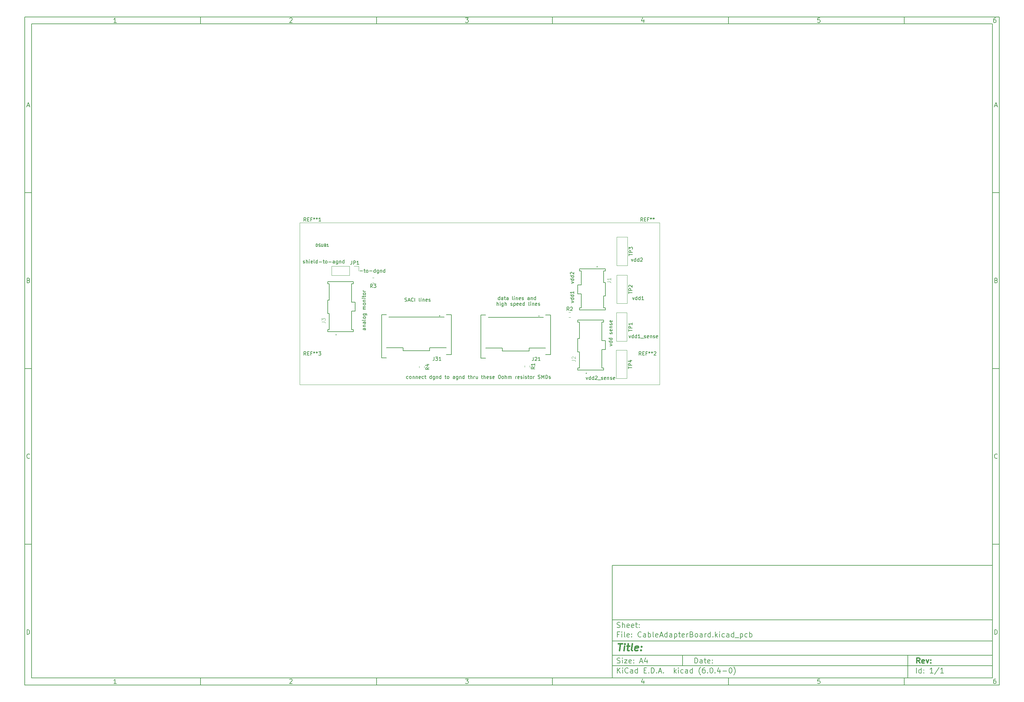
<source format=gbr>
%TF.GenerationSoftware,KiCad,Pcbnew,(6.0.4-0)*%
%TF.CreationDate,2023-08-06T12:43:48-07:00*%
%TF.ProjectId,CableAdapterBoard,4361626c-6541-4646-9170-746572426f61,rev?*%
%TF.SameCoordinates,Original*%
%TF.FileFunction,Legend,Top*%
%TF.FilePolarity,Positive*%
%FSLAX46Y46*%
G04 Gerber Fmt 4.6, Leading zero omitted, Abs format (unit mm)*
G04 Created by KiCad (PCBNEW (6.0.4-0)) date 2023-08-06 12:43:48*
%MOMM*%
%LPD*%
G01*
G04 APERTURE LIST*
%ADD10C,0.100000*%
%ADD11C,0.150000*%
%ADD12C,0.300000*%
%ADD13C,0.400000*%
%TA.AperFunction,Profile*%
%ADD14C,0.100000*%
%TD*%
%ADD15C,0.015000*%
%ADD16C,0.120000*%
%ADD17C,0.127000*%
%ADD18C,0.200000*%
G04 APERTURE END LIST*
D10*
D11*
X177002200Y-166007200D02*
X177002200Y-198007200D01*
X285002200Y-198007200D01*
X285002200Y-166007200D01*
X177002200Y-166007200D01*
D10*
D11*
X10000000Y-10000000D02*
X10000000Y-200007200D01*
X287002200Y-200007200D01*
X287002200Y-10000000D01*
X10000000Y-10000000D01*
D10*
D11*
X12000000Y-12000000D02*
X12000000Y-198007200D01*
X285002200Y-198007200D01*
X285002200Y-12000000D01*
X12000000Y-12000000D01*
D10*
D11*
X60000000Y-12000000D02*
X60000000Y-10000000D01*
D10*
D11*
X110000000Y-12000000D02*
X110000000Y-10000000D01*
D10*
D11*
X160000000Y-12000000D02*
X160000000Y-10000000D01*
D10*
D11*
X210000000Y-12000000D02*
X210000000Y-10000000D01*
D10*
D11*
X260000000Y-12000000D02*
X260000000Y-10000000D01*
D10*
D11*
X36065476Y-11588095D02*
X35322619Y-11588095D01*
X35694047Y-11588095D02*
X35694047Y-10288095D01*
X35570238Y-10473809D01*
X35446428Y-10597619D01*
X35322619Y-10659523D01*
D10*
D11*
X85322619Y-10411904D02*
X85384523Y-10350000D01*
X85508333Y-10288095D01*
X85817857Y-10288095D01*
X85941666Y-10350000D01*
X86003571Y-10411904D01*
X86065476Y-10535714D01*
X86065476Y-10659523D01*
X86003571Y-10845238D01*
X85260714Y-11588095D01*
X86065476Y-11588095D01*
D10*
D11*
X135260714Y-10288095D02*
X136065476Y-10288095D01*
X135632142Y-10783333D01*
X135817857Y-10783333D01*
X135941666Y-10845238D01*
X136003571Y-10907142D01*
X136065476Y-11030952D01*
X136065476Y-11340476D01*
X136003571Y-11464285D01*
X135941666Y-11526190D01*
X135817857Y-11588095D01*
X135446428Y-11588095D01*
X135322619Y-11526190D01*
X135260714Y-11464285D01*
D10*
D11*
X185941666Y-10721428D02*
X185941666Y-11588095D01*
X185632142Y-10226190D02*
X185322619Y-11154761D01*
X186127380Y-11154761D01*
D10*
D11*
X236003571Y-10288095D02*
X235384523Y-10288095D01*
X235322619Y-10907142D01*
X235384523Y-10845238D01*
X235508333Y-10783333D01*
X235817857Y-10783333D01*
X235941666Y-10845238D01*
X236003571Y-10907142D01*
X236065476Y-11030952D01*
X236065476Y-11340476D01*
X236003571Y-11464285D01*
X235941666Y-11526190D01*
X235817857Y-11588095D01*
X235508333Y-11588095D01*
X235384523Y-11526190D01*
X235322619Y-11464285D01*
D10*
D11*
X285941666Y-10288095D02*
X285694047Y-10288095D01*
X285570238Y-10350000D01*
X285508333Y-10411904D01*
X285384523Y-10597619D01*
X285322619Y-10845238D01*
X285322619Y-11340476D01*
X285384523Y-11464285D01*
X285446428Y-11526190D01*
X285570238Y-11588095D01*
X285817857Y-11588095D01*
X285941666Y-11526190D01*
X286003571Y-11464285D01*
X286065476Y-11340476D01*
X286065476Y-11030952D01*
X286003571Y-10907142D01*
X285941666Y-10845238D01*
X285817857Y-10783333D01*
X285570238Y-10783333D01*
X285446428Y-10845238D01*
X285384523Y-10907142D01*
X285322619Y-11030952D01*
D10*
D11*
X60000000Y-198007200D02*
X60000000Y-200007200D01*
D10*
D11*
X110000000Y-198007200D02*
X110000000Y-200007200D01*
D10*
D11*
X160000000Y-198007200D02*
X160000000Y-200007200D01*
D10*
D11*
X210000000Y-198007200D02*
X210000000Y-200007200D01*
D10*
D11*
X260000000Y-198007200D02*
X260000000Y-200007200D01*
D10*
D11*
X36065476Y-199595295D02*
X35322619Y-199595295D01*
X35694047Y-199595295D02*
X35694047Y-198295295D01*
X35570238Y-198481009D01*
X35446428Y-198604819D01*
X35322619Y-198666723D01*
D10*
D11*
X85322619Y-198419104D02*
X85384523Y-198357200D01*
X85508333Y-198295295D01*
X85817857Y-198295295D01*
X85941666Y-198357200D01*
X86003571Y-198419104D01*
X86065476Y-198542914D01*
X86065476Y-198666723D01*
X86003571Y-198852438D01*
X85260714Y-199595295D01*
X86065476Y-199595295D01*
D10*
D11*
X135260714Y-198295295D02*
X136065476Y-198295295D01*
X135632142Y-198790533D01*
X135817857Y-198790533D01*
X135941666Y-198852438D01*
X136003571Y-198914342D01*
X136065476Y-199038152D01*
X136065476Y-199347676D01*
X136003571Y-199471485D01*
X135941666Y-199533390D01*
X135817857Y-199595295D01*
X135446428Y-199595295D01*
X135322619Y-199533390D01*
X135260714Y-199471485D01*
D10*
D11*
X185941666Y-198728628D02*
X185941666Y-199595295D01*
X185632142Y-198233390D02*
X185322619Y-199161961D01*
X186127380Y-199161961D01*
D10*
D11*
X236003571Y-198295295D02*
X235384523Y-198295295D01*
X235322619Y-198914342D01*
X235384523Y-198852438D01*
X235508333Y-198790533D01*
X235817857Y-198790533D01*
X235941666Y-198852438D01*
X236003571Y-198914342D01*
X236065476Y-199038152D01*
X236065476Y-199347676D01*
X236003571Y-199471485D01*
X235941666Y-199533390D01*
X235817857Y-199595295D01*
X235508333Y-199595295D01*
X235384523Y-199533390D01*
X235322619Y-199471485D01*
D10*
D11*
X285941666Y-198295295D02*
X285694047Y-198295295D01*
X285570238Y-198357200D01*
X285508333Y-198419104D01*
X285384523Y-198604819D01*
X285322619Y-198852438D01*
X285322619Y-199347676D01*
X285384523Y-199471485D01*
X285446428Y-199533390D01*
X285570238Y-199595295D01*
X285817857Y-199595295D01*
X285941666Y-199533390D01*
X286003571Y-199471485D01*
X286065476Y-199347676D01*
X286065476Y-199038152D01*
X286003571Y-198914342D01*
X285941666Y-198852438D01*
X285817857Y-198790533D01*
X285570238Y-198790533D01*
X285446428Y-198852438D01*
X285384523Y-198914342D01*
X285322619Y-199038152D01*
D10*
D11*
X10000000Y-60000000D02*
X12000000Y-60000000D01*
D10*
D11*
X10000000Y-110000000D02*
X12000000Y-110000000D01*
D10*
D11*
X10000000Y-160000000D02*
X12000000Y-160000000D01*
D10*
D11*
X10690476Y-35216666D02*
X11309523Y-35216666D01*
X10566666Y-35588095D02*
X11000000Y-34288095D01*
X11433333Y-35588095D01*
D10*
D11*
X11092857Y-84907142D02*
X11278571Y-84969047D01*
X11340476Y-85030952D01*
X11402380Y-85154761D01*
X11402380Y-85340476D01*
X11340476Y-85464285D01*
X11278571Y-85526190D01*
X11154761Y-85588095D01*
X10659523Y-85588095D01*
X10659523Y-84288095D01*
X11092857Y-84288095D01*
X11216666Y-84350000D01*
X11278571Y-84411904D01*
X11340476Y-84535714D01*
X11340476Y-84659523D01*
X11278571Y-84783333D01*
X11216666Y-84845238D01*
X11092857Y-84907142D01*
X10659523Y-84907142D01*
D10*
D11*
X11402380Y-135464285D02*
X11340476Y-135526190D01*
X11154761Y-135588095D01*
X11030952Y-135588095D01*
X10845238Y-135526190D01*
X10721428Y-135402380D01*
X10659523Y-135278571D01*
X10597619Y-135030952D01*
X10597619Y-134845238D01*
X10659523Y-134597619D01*
X10721428Y-134473809D01*
X10845238Y-134350000D01*
X11030952Y-134288095D01*
X11154761Y-134288095D01*
X11340476Y-134350000D01*
X11402380Y-134411904D01*
D10*
D11*
X10659523Y-185588095D02*
X10659523Y-184288095D01*
X10969047Y-184288095D01*
X11154761Y-184350000D01*
X11278571Y-184473809D01*
X11340476Y-184597619D01*
X11402380Y-184845238D01*
X11402380Y-185030952D01*
X11340476Y-185278571D01*
X11278571Y-185402380D01*
X11154761Y-185526190D01*
X10969047Y-185588095D01*
X10659523Y-185588095D01*
D10*
D11*
X287002200Y-60000000D02*
X285002200Y-60000000D01*
D10*
D11*
X287002200Y-110000000D02*
X285002200Y-110000000D01*
D10*
D11*
X287002200Y-160000000D02*
X285002200Y-160000000D01*
D10*
D11*
X285692676Y-35216666D02*
X286311723Y-35216666D01*
X285568866Y-35588095D02*
X286002200Y-34288095D01*
X286435533Y-35588095D01*
D10*
D11*
X286095057Y-84907142D02*
X286280771Y-84969047D01*
X286342676Y-85030952D01*
X286404580Y-85154761D01*
X286404580Y-85340476D01*
X286342676Y-85464285D01*
X286280771Y-85526190D01*
X286156961Y-85588095D01*
X285661723Y-85588095D01*
X285661723Y-84288095D01*
X286095057Y-84288095D01*
X286218866Y-84350000D01*
X286280771Y-84411904D01*
X286342676Y-84535714D01*
X286342676Y-84659523D01*
X286280771Y-84783333D01*
X286218866Y-84845238D01*
X286095057Y-84907142D01*
X285661723Y-84907142D01*
D10*
D11*
X286404580Y-135464285D02*
X286342676Y-135526190D01*
X286156961Y-135588095D01*
X286033152Y-135588095D01*
X285847438Y-135526190D01*
X285723628Y-135402380D01*
X285661723Y-135278571D01*
X285599819Y-135030952D01*
X285599819Y-134845238D01*
X285661723Y-134597619D01*
X285723628Y-134473809D01*
X285847438Y-134350000D01*
X286033152Y-134288095D01*
X286156961Y-134288095D01*
X286342676Y-134350000D01*
X286404580Y-134411904D01*
D10*
D11*
X285661723Y-185588095D02*
X285661723Y-184288095D01*
X285971247Y-184288095D01*
X286156961Y-184350000D01*
X286280771Y-184473809D01*
X286342676Y-184597619D01*
X286404580Y-184845238D01*
X286404580Y-185030952D01*
X286342676Y-185278571D01*
X286280771Y-185402380D01*
X286156961Y-185526190D01*
X285971247Y-185588095D01*
X285661723Y-185588095D01*
D10*
D11*
X200434342Y-193785771D02*
X200434342Y-192285771D01*
X200791485Y-192285771D01*
X201005771Y-192357200D01*
X201148628Y-192500057D01*
X201220057Y-192642914D01*
X201291485Y-192928628D01*
X201291485Y-193142914D01*
X201220057Y-193428628D01*
X201148628Y-193571485D01*
X201005771Y-193714342D01*
X200791485Y-193785771D01*
X200434342Y-193785771D01*
X202577200Y-193785771D02*
X202577200Y-193000057D01*
X202505771Y-192857200D01*
X202362914Y-192785771D01*
X202077200Y-192785771D01*
X201934342Y-192857200D01*
X202577200Y-193714342D02*
X202434342Y-193785771D01*
X202077200Y-193785771D01*
X201934342Y-193714342D01*
X201862914Y-193571485D01*
X201862914Y-193428628D01*
X201934342Y-193285771D01*
X202077200Y-193214342D01*
X202434342Y-193214342D01*
X202577200Y-193142914D01*
X203077200Y-192785771D02*
X203648628Y-192785771D01*
X203291485Y-192285771D02*
X203291485Y-193571485D01*
X203362914Y-193714342D01*
X203505771Y-193785771D01*
X203648628Y-193785771D01*
X204720057Y-193714342D02*
X204577200Y-193785771D01*
X204291485Y-193785771D01*
X204148628Y-193714342D01*
X204077200Y-193571485D01*
X204077200Y-193000057D01*
X204148628Y-192857200D01*
X204291485Y-192785771D01*
X204577200Y-192785771D01*
X204720057Y-192857200D01*
X204791485Y-193000057D01*
X204791485Y-193142914D01*
X204077200Y-193285771D01*
X205434342Y-193642914D02*
X205505771Y-193714342D01*
X205434342Y-193785771D01*
X205362914Y-193714342D01*
X205434342Y-193642914D01*
X205434342Y-193785771D01*
X205434342Y-192857200D02*
X205505771Y-192928628D01*
X205434342Y-193000057D01*
X205362914Y-192928628D01*
X205434342Y-192857200D01*
X205434342Y-193000057D01*
D10*
D11*
X177002200Y-194507200D02*
X285002200Y-194507200D01*
D10*
D11*
X178434342Y-196585771D02*
X178434342Y-195085771D01*
X179291485Y-196585771D02*
X178648628Y-195728628D01*
X179291485Y-195085771D02*
X178434342Y-195942914D01*
X179934342Y-196585771D02*
X179934342Y-195585771D01*
X179934342Y-195085771D02*
X179862914Y-195157200D01*
X179934342Y-195228628D01*
X180005771Y-195157200D01*
X179934342Y-195085771D01*
X179934342Y-195228628D01*
X181505771Y-196442914D02*
X181434342Y-196514342D01*
X181220057Y-196585771D01*
X181077200Y-196585771D01*
X180862914Y-196514342D01*
X180720057Y-196371485D01*
X180648628Y-196228628D01*
X180577200Y-195942914D01*
X180577200Y-195728628D01*
X180648628Y-195442914D01*
X180720057Y-195300057D01*
X180862914Y-195157200D01*
X181077200Y-195085771D01*
X181220057Y-195085771D01*
X181434342Y-195157200D01*
X181505771Y-195228628D01*
X182791485Y-196585771D02*
X182791485Y-195800057D01*
X182720057Y-195657200D01*
X182577200Y-195585771D01*
X182291485Y-195585771D01*
X182148628Y-195657200D01*
X182791485Y-196514342D02*
X182648628Y-196585771D01*
X182291485Y-196585771D01*
X182148628Y-196514342D01*
X182077200Y-196371485D01*
X182077200Y-196228628D01*
X182148628Y-196085771D01*
X182291485Y-196014342D01*
X182648628Y-196014342D01*
X182791485Y-195942914D01*
X184148628Y-196585771D02*
X184148628Y-195085771D01*
X184148628Y-196514342D02*
X184005771Y-196585771D01*
X183720057Y-196585771D01*
X183577200Y-196514342D01*
X183505771Y-196442914D01*
X183434342Y-196300057D01*
X183434342Y-195871485D01*
X183505771Y-195728628D01*
X183577200Y-195657200D01*
X183720057Y-195585771D01*
X184005771Y-195585771D01*
X184148628Y-195657200D01*
X186005771Y-195800057D02*
X186505771Y-195800057D01*
X186720057Y-196585771D02*
X186005771Y-196585771D01*
X186005771Y-195085771D01*
X186720057Y-195085771D01*
X187362914Y-196442914D02*
X187434342Y-196514342D01*
X187362914Y-196585771D01*
X187291485Y-196514342D01*
X187362914Y-196442914D01*
X187362914Y-196585771D01*
X188077200Y-196585771D02*
X188077200Y-195085771D01*
X188434342Y-195085771D01*
X188648628Y-195157200D01*
X188791485Y-195300057D01*
X188862914Y-195442914D01*
X188934342Y-195728628D01*
X188934342Y-195942914D01*
X188862914Y-196228628D01*
X188791485Y-196371485D01*
X188648628Y-196514342D01*
X188434342Y-196585771D01*
X188077200Y-196585771D01*
X189577200Y-196442914D02*
X189648628Y-196514342D01*
X189577200Y-196585771D01*
X189505771Y-196514342D01*
X189577200Y-196442914D01*
X189577200Y-196585771D01*
X190220057Y-196157200D02*
X190934342Y-196157200D01*
X190077200Y-196585771D02*
X190577200Y-195085771D01*
X191077200Y-196585771D01*
X191577200Y-196442914D02*
X191648628Y-196514342D01*
X191577200Y-196585771D01*
X191505771Y-196514342D01*
X191577200Y-196442914D01*
X191577200Y-196585771D01*
X194577200Y-196585771D02*
X194577200Y-195085771D01*
X194720057Y-196014342D02*
X195148628Y-196585771D01*
X195148628Y-195585771D02*
X194577200Y-196157200D01*
X195791485Y-196585771D02*
X195791485Y-195585771D01*
X195791485Y-195085771D02*
X195720057Y-195157200D01*
X195791485Y-195228628D01*
X195862914Y-195157200D01*
X195791485Y-195085771D01*
X195791485Y-195228628D01*
X197148628Y-196514342D02*
X197005771Y-196585771D01*
X196720057Y-196585771D01*
X196577200Y-196514342D01*
X196505771Y-196442914D01*
X196434342Y-196300057D01*
X196434342Y-195871485D01*
X196505771Y-195728628D01*
X196577200Y-195657200D01*
X196720057Y-195585771D01*
X197005771Y-195585771D01*
X197148628Y-195657200D01*
X198434342Y-196585771D02*
X198434342Y-195800057D01*
X198362914Y-195657200D01*
X198220057Y-195585771D01*
X197934342Y-195585771D01*
X197791485Y-195657200D01*
X198434342Y-196514342D02*
X198291485Y-196585771D01*
X197934342Y-196585771D01*
X197791485Y-196514342D01*
X197720057Y-196371485D01*
X197720057Y-196228628D01*
X197791485Y-196085771D01*
X197934342Y-196014342D01*
X198291485Y-196014342D01*
X198434342Y-195942914D01*
X199791485Y-196585771D02*
X199791485Y-195085771D01*
X199791485Y-196514342D02*
X199648628Y-196585771D01*
X199362914Y-196585771D01*
X199220057Y-196514342D01*
X199148628Y-196442914D01*
X199077200Y-196300057D01*
X199077200Y-195871485D01*
X199148628Y-195728628D01*
X199220057Y-195657200D01*
X199362914Y-195585771D01*
X199648628Y-195585771D01*
X199791485Y-195657200D01*
X202077200Y-197157200D02*
X202005771Y-197085771D01*
X201862914Y-196871485D01*
X201791485Y-196728628D01*
X201720057Y-196514342D01*
X201648628Y-196157200D01*
X201648628Y-195871485D01*
X201720057Y-195514342D01*
X201791485Y-195300057D01*
X201862914Y-195157200D01*
X202005771Y-194942914D01*
X202077200Y-194871485D01*
X203291485Y-195085771D02*
X203005771Y-195085771D01*
X202862914Y-195157200D01*
X202791485Y-195228628D01*
X202648628Y-195442914D01*
X202577200Y-195728628D01*
X202577200Y-196300057D01*
X202648628Y-196442914D01*
X202720057Y-196514342D01*
X202862914Y-196585771D01*
X203148628Y-196585771D01*
X203291485Y-196514342D01*
X203362914Y-196442914D01*
X203434342Y-196300057D01*
X203434342Y-195942914D01*
X203362914Y-195800057D01*
X203291485Y-195728628D01*
X203148628Y-195657200D01*
X202862914Y-195657200D01*
X202720057Y-195728628D01*
X202648628Y-195800057D01*
X202577200Y-195942914D01*
X204077200Y-196442914D02*
X204148628Y-196514342D01*
X204077200Y-196585771D01*
X204005771Y-196514342D01*
X204077200Y-196442914D01*
X204077200Y-196585771D01*
X205077200Y-195085771D02*
X205220057Y-195085771D01*
X205362914Y-195157200D01*
X205434342Y-195228628D01*
X205505771Y-195371485D01*
X205577200Y-195657200D01*
X205577200Y-196014342D01*
X205505771Y-196300057D01*
X205434342Y-196442914D01*
X205362914Y-196514342D01*
X205220057Y-196585771D01*
X205077200Y-196585771D01*
X204934342Y-196514342D01*
X204862914Y-196442914D01*
X204791485Y-196300057D01*
X204720057Y-196014342D01*
X204720057Y-195657200D01*
X204791485Y-195371485D01*
X204862914Y-195228628D01*
X204934342Y-195157200D01*
X205077200Y-195085771D01*
X206220057Y-196442914D02*
X206291485Y-196514342D01*
X206220057Y-196585771D01*
X206148628Y-196514342D01*
X206220057Y-196442914D01*
X206220057Y-196585771D01*
X207577200Y-195585771D02*
X207577200Y-196585771D01*
X207220057Y-195014342D02*
X206862914Y-196085771D01*
X207791485Y-196085771D01*
X208362914Y-196014342D02*
X209505771Y-196014342D01*
X210505771Y-195085771D02*
X210648628Y-195085771D01*
X210791485Y-195157200D01*
X210862914Y-195228628D01*
X210934342Y-195371485D01*
X211005771Y-195657200D01*
X211005771Y-196014342D01*
X210934342Y-196300057D01*
X210862914Y-196442914D01*
X210791485Y-196514342D01*
X210648628Y-196585771D01*
X210505771Y-196585771D01*
X210362914Y-196514342D01*
X210291485Y-196442914D01*
X210220057Y-196300057D01*
X210148628Y-196014342D01*
X210148628Y-195657200D01*
X210220057Y-195371485D01*
X210291485Y-195228628D01*
X210362914Y-195157200D01*
X210505771Y-195085771D01*
X211505771Y-197157200D02*
X211577200Y-197085771D01*
X211720057Y-196871485D01*
X211791485Y-196728628D01*
X211862914Y-196514342D01*
X211934342Y-196157200D01*
X211934342Y-195871485D01*
X211862914Y-195514342D01*
X211791485Y-195300057D01*
X211720057Y-195157200D01*
X211577200Y-194942914D01*
X211505771Y-194871485D01*
D10*
D11*
X177002200Y-191507200D02*
X285002200Y-191507200D01*
D10*
D12*
X264411485Y-193785771D02*
X263911485Y-193071485D01*
X263554342Y-193785771D02*
X263554342Y-192285771D01*
X264125771Y-192285771D01*
X264268628Y-192357200D01*
X264340057Y-192428628D01*
X264411485Y-192571485D01*
X264411485Y-192785771D01*
X264340057Y-192928628D01*
X264268628Y-193000057D01*
X264125771Y-193071485D01*
X263554342Y-193071485D01*
X265625771Y-193714342D02*
X265482914Y-193785771D01*
X265197200Y-193785771D01*
X265054342Y-193714342D01*
X264982914Y-193571485D01*
X264982914Y-193000057D01*
X265054342Y-192857200D01*
X265197200Y-192785771D01*
X265482914Y-192785771D01*
X265625771Y-192857200D01*
X265697200Y-193000057D01*
X265697200Y-193142914D01*
X264982914Y-193285771D01*
X266197200Y-192785771D02*
X266554342Y-193785771D01*
X266911485Y-192785771D01*
X267482914Y-193642914D02*
X267554342Y-193714342D01*
X267482914Y-193785771D01*
X267411485Y-193714342D01*
X267482914Y-193642914D01*
X267482914Y-193785771D01*
X267482914Y-192857200D02*
X267554342Y-192928628D01*
X267482914Y-193000057D01*
X267411485Y-192928628D01*
X267482914Y-192857200D01*
X267482914Y-193000057D01*
D10*
D11*
X178362914Y-193714342D02*
X178577200Y-193785771D01*
X178934342Y-193785771D01*
X179077200Y-193714342D01*
X179148628Y-193642914D01*
X179220057Y-193500057D01*
X179220057Y-193357200D01*
X179148628Y-193214342D01*
X179077200Y-193142914D01*
X178934342Y-193071485D01*
X178648628Y-193000057D01*
X178505771Y-192928628D01*
X178434342Y-192857200D01*
X178362914Y-192714342D01*
X178362914Y-192571485D01*
X178434342Y-192428628D01*
X178505771Y-192357200D01*
X178648628Y-192285771D01*
X179005771Y-192285771D01*
X179220057Y-192357200D01*
X179862914Y-193785771D02*
X179862914Y-192785771D01*
X179862914Y-192285771D02*
X179791485Y-192357200D01*
X179862914Y-192428628D01*
X179934342Y-192357200D01*
X179862914Y-192285771D01*
X179862914Y-192428628D01*
X180434342Y-192785771D02*
X181220057Y-192785771D01*
X180434342Y-193785771D01*
X181220057Y-193785771D01*
X182362914Y-193714342D02*
X182220057Y-193785771D01*
X181934342Y-193785771D01*
X181791485Y-193714342D01*
X181720057Y-193571485D01*
X181720057Y-193000057D01*
X181791485Y-192857200D01*
X181934342Y-192785771D01*
X182220057Y-192785771D01*
X182362914Y-192857200D01*
X182434342Y-193000057D01*
X182434342Y-193142914D01*
X181720057Y-193285771D01*
X183077200Y-193642914D02*
X183148628Y-193714342D01*
X183077200Y-193785771D01*
X183005771Y-193714342D01*
X183077200Y-193642914D01*
X183077200Y-193785771D01*
X183077200Y-192857200D02*
X183148628Y-192928628D01*
X183077200Y-193000057D01*
X183005771Y-192928628D01*
X183077200Y-192857200D01*
X183077200Y-193000057D01*
X184862914Y-193357200D02*
X185577200Y-193357200D01*
X184720057Y-193785771D02*
X185220057Y-192285771D01*
X185720057Y-193785771D01*
X186862914Y-192785771D02*
X186862914Y-193785771D01*
X186505771Y-192214342D02*
X186148628Y-193285771D01*
X187077200Y-193285771D01*
D10*
D11*
X263434342Y-196585771D02*
X263434342Y-195085771D01*
X264791485Y-196585771D02*
X264791485Y-195085771D01*
X264791485Y-196514342D02*
X264648628Y-196585771D01*
X264362914Y-196585771D01*
X264220057Y-196514342D01*
X264148628Y-196442914D01*
X264077200Y-196300057D01*
X264077200Y-195871485D01*
X264148628Y-195728628D01*
X264220057Y-195657200D01*
X264362914Y-195585771D01*
X264648628Y-195585771D01*
X264791485Y-195657200D01*
X265505771Y-196442914D02*
X265577200Y-196514342D01*
X265505771Y-196585771D01*
X265434342Y-196514342D01*
X265505771Y-196442914D01*
X265505771Y-196585771D01*
X265505771Y-195657200D02*
X265577200Y-195728628D01*
X265505771Y-195800057D01*
X265434342Y-195728628D01*
X265505771Y-195657200D01*
X265505771Y-195800057D01*
X268148628Y-196585771D02*
X267291485Y-196585771D01*
X267720057Y-196585771D02*
X267720057Y-195085771D01*
X267577200Y-195300057D01*
X267434342Y-195442914D01*
X267291485Y-195514342D01*
X269862914Y-195014342D02*
X268577200Y-196942914D01*
X271148628Y-196585771D02*
X270291485Y-196585771D01*
X270720057Y-196585771D02*
X270720057Y-195085771D01*
X270577200Y-195300057D01*
X270434342Y-195442914D01*
X270291485Y-195514342D01*
D10*
D11*
X177002200Y-187507200D02*
X285002200Y-187507200D01*
D10*
D13*
X178714580Y-188211961D02*
X179857438Y-188211961D01*
X179036009Y-190211961D02*
X179286009Y-188211961D01*
X180274104Y-190211961D02*
X180440771Y-188878628D01*
X180524104Y-188211961D02*
X180416961Y-188307200D01*
X180500295Y-188402438D01*
X180607438Y-188307200D01*
X180524104Y-188211961D01*
X180500295Y-188402438D01*
X181107438Y-188878628D02*
X181869342Y-188878628D01*
X181476485Y-188211961D02*
X181262200Y-189926247D01*
X181333628Y-190116723D01*
X181512200Y-190211961D01*
X181702676Y-190211961D01*
X182655057Y-190211961D02*
X182476485Y-190116723D01*
X182405057Y-189926247D01*
X182619342Y-188211961D01*
X184190771Y-190116723D02*
X183988390Y-190211961D01*
X183607438Y-190211961D01*
X183428866Y-190116723D01*
X183357438Y-189926247D01*
X183452676Y-189164342D01*
X183571723Y-188973866D01*
X183774104Y-188878628D01*
X184155057Y-188878628D01*
X184333628Y-188973866D01*
X184405057Y-189164342D01*
X184381247Y-189354819D01*
X183405057Y-189545295D01*
X185155057Y-190021485D02*
X185238390Y-190116723D01*
X185131247Y-190211961D01*
X185047914Y-190116723D01*
X185155057Y-190021485D01*
X185131247Y-190211961D01*
X185286009Y-188973866D02*
X185369342Y-189069104D01*
X185262200Y-189164342D01*
X185178866Y-189069104D01*
X185286009Y-188973866D01*
X185262200Y-189164342D01*
D10*
D11*
X178934342Y-185600057D02*
X178434342Y-185600057D01*
X178434342Y-186385771D02*
X178434342Y-184885771D01*
X179148628Y-184885771D01*
X179720057Y-186385771D02*
X179720057Y-185385771D01*
X179720057Y-184885771D02*
X179648628Y-184957200D01*
X179720057Y-185028628D01*
X179791485Y-184957200D01*
X179720057Y-184885771D01*
X179720057Y-185028628D01*
X180648628Y-186385771D02*
X180505771Y-186314342D01*
X180434342Y-186171485D01*
X180434342Y-184885771D01*
X181791485Y-186314342D02*
X181648628Y-186385771D01*
X181362914Y-186385771D01*
X181220057Y-186314342D01*
X181148628Y-186171485D01*
X181148628Y-185600057D01*
X181220057Y-185457200D01*
X181362914Y-185385771D01*
X181648628Y-185385771D01*
X181791485Y-185457200D01*
X181862914Y-185600057D01*
X181862914Y-185742914D01*
X181148628Y-185885771D01*
X182505771Y-186242914D02*
X182577200Y-186314342D01*
X182505771Y-186385771D01*
X182434342Y-186314342D01*
X182505771Y-186242914D01*
X182505771Y-186385771D01*
X182505771Y-185457200D02*
X182577200Y-185528628D01*
X182505771Y-185600057D01*
X182434342Y-185528628D01*
X182505771Y-185457200D01*
X182505771Y-185600057D01*
X185220057Y-186242914D02*
X185148628Y-186314342D01*
X184934342Y-186385771D01*
X184791485Y-186385771D01*
X184577200Y-186314342D01*
X184434342Y-186171485D01*
X184362914Y-186028628D01*
X184291485Y-185742914D01*
X184291485Y-185528628D01*
X184362914Y-185242914D01*
X184434342Y-185100057D01*
X184577200Y-184957200D01*
X184791485Y-184885771D01*
X184934342Y-184885771D01*
X185148628Y-184957200D01*
X185220057Y-185028628D01*
X186505771Y-186385771D02*
X186505771Y-185600057D01*
X186434342Y-185457200D01*
X186291485Y-185385771D01*
X186005771Y-185385771D01*
X185862914Y-185457200D01*
X186505771Y-186314342D02*
X186362914Y-186385771D01*
X186005771Y-186385771D01*
X185862914Y-186314342D01*
X185791485Y-186171485D01*
X185791485Y-186028628D01*
X185862914Y-185885771D01*
X186005771Y-185814342D01*
X186362914Y-185814342D01*
X186505771Y-185742914D01*
X187220057Y-186385771D02*
X187220057Y-184885771D01*
X187220057Y-185457200D02*
X187362914Y-185385771D01*
X187648628Y-185385771D01*
X187791485Y-185457200D01*
X187862914Y-185528628D01*
X187934342Y-185671485D01*
X187934342Y-186100057D01*
X187862914Y-186242914D01*
X187791485Y-186314342D01*
X187648628Y-186385771D01*
X187362914Y-186385771D01*
X187220057Y-186314342D01*
X188791485Y-186385771D02*
X188648628Y-186314342D01*
X188577200Y-186171485D01*
X188577200Y-184885771D01*
X189934342Y-186314342D02*
X189791485Y-186385771D01*
X189505771Y-186385771D01*
X189362914Y-186314342D01*
X189291485Y-186171485D01*
X189291485Y-185600057D01*
X189362914Y-185457200D01*
X189505771Y-185385771D01*
X189791485Y-185385771D01*
X189934342Y-185457200D01*
X190005771Y-185600057D01*
X190005771Y-185742914D01*
X189291485Y-185885771D01*
X190577200Y-185957200D02*
X191291485Y-185957200D01*
X190434342Y-186385771D02*
X190934342Y-184885771D01*
X191434342Y-186385771D01*
X192577200Y-186385771D02*
X192577200Y-184885771D01*
X192577200Y-186314342D02*
X192434342Y-186385771D01*
X192148628Y-186385771D01*
X192005771Y-186314342D01*
X191934342Y-186242914D01*
X191862914Y-186100057D01*
X191862914Y-185671485D01*
X191934342Y-185528628D01*
X192005771Y-185457200D01*
X192148628Y-185385771D01*
X192434342Y-185385771D01*
X192577200Y-185457200D01*
X193934342Y-186385771D02*
X193934342Y-185600057D01*
X193862914Y-185457200D01*
X193720057Y-185385771D01*
X193434342Y-185385771D01*
X193291485Y-185457200D01*
X193934342Y-186314342D02*
X193791485Y-186385771D01*
X193434342Y-186385771D01*
X193291485Y-186314342D01*
X193220057Y-186171485D01*
X193220057Y-186028628D01*
X193291485Y-185885771D01*
X193434342Y-185814342D01*
X193791485Y-185814342D01*
X193934342Y-185742914D01*
X194648628Y-185385771D02*
X194648628Y-186885771D01*
X194648628Y-185457200D02*
X194791485Y-185385771D01*
X195077200Y-185385771D01*
X195220057Y-185457200D01*
X195291485Y-185528628D01*
X195362914Y-185671485D01*
X195362914Y-186100057D01*
X195291485Y-186242914D01*
X195220057Y-186314342D01*
X195077200Y-186385771D01*
X194791485Y-186385771D01*
X194648628Y-186314342D01*
X195791485Y-185385771D02*
X196362914Y-185385771D01*
X196005771Y-184885771D02*
X196005771Y-186171485D01*
X196077200Y-186314342D01*
X196220057Y-186385771D01*
X196362914Y-186385771D01*
X197434342Y-186314342D02*
X197291485Y-186385771D01*
X197005771Y-186385771D01*
X196862914Y-186314342D01*
X196791485Y-186171485D01*
X196791485Y-185600057D01*
X196862914Y-185457200D01*
X197005771Y-185385771D01*
X197291485Y-185385771D01*
X197434342Y-185457200D01*
X197505771Y-185600057D01*
X197505771Y-185742914D01*
X196791485Y-185885771D01*
X198148628Y-186385771D02*
X198148628Y-185385771D01*
X198148628Y-185671485D02*
X198220057Y-185528628D01*
X198291485Y-185457200D01*
X198434342Y-185385771D01*
X198577200Y-185385771D01*
X199577200Y-185600057D02*
X199791485Y-185671485D01*
X199862914Y-185742914D01*
X199934342Y-185885771D01*
X199934342Y-186100057D01*
X199862914Y-186242914D01*
X199791485Y-186314342D01*
X199648628Y-186385771D01*
X199077200Y-186385771D01*
X199077200Y-184885771D01*
X199577200Y-184885771D01*
X199720057Y-184957200D01*
X199791485Y-185028628D01*
X199862914Y-185171485D01*
X199862914Y-185314342D01*
X199791485Y-185457200D01*
X199720057Y-185528628D01*
X199577200Y-185600057D01*
X199077200Y-185600057D01*
X200791485Y-186385771D02*
X200648628Y-186314342D01*
X200577200Y-186242914D01*
X200505771Y-186100057D01*
X200505771Y-185671485D01*
X200577200Y-185528628D01*
X200648628Y-185457200D01*
X200791485Y-185385771D01*
X201005771Y-185385771D01*
X201148628Y-185457200D01*
X201220057Y-185528628D01*
X201291485Y-185671485D01*
X201291485Y-186100057D01*
X201220057Y-186242914D01*
X201148628Y-186314342D01*
X201005771Y-186385771D01*
X200791485Y-186385771D01*
X202577200Y-186385771D02*
X202577200Y-185600057D01*
X202505771Y-185457200D01*
X202362914Y-185385771D01*
X202077200Y-185385771D01*
X201934342Y-185457200D01*
X202577200Y-186314342D02*
X202434342Y-186385771D01*
X202077200Y-186385771D01*
X201934342Y-186314342D01*
X201862914Y-186171485D01*
X201862914Y-186028628D01*
X201934342Y-185885771D01*
X202077200Y-185814342D01*
X202434342Y-185814342D01*
X202577200Y-185742914D01*
X203291485Y-186385771D02*
X203291485Y-185385771D01*
X203291485Y-185671485D02*
X203362914Y-185528628D01*
X203434342Y-185457200D01*
X203577200Y-185385771D01*
X203720057Y-185385771D01*
X204862914Y-186385771D02*
X204862914Y-184885771D01*
X204862914Y-186314342D02*
X204720057Y-186385771D01*
X204434342Y-186385771D01*
X204291485Y-186314342D01*
X204220057Y-186242914D01*
X204148628Y-186100057D01*
X204148628Y-185671485D01*
X204220057Y-185528628D01*
X204291485Y-185457200D01*
X204434342Y-185385771D01*
X204720057Y-185385771D01*
X204862914Y-185457200D01*
X205577200Y-186242914D02*
X205648628Y-186314342D01*
X205577200Y-186385771D01*
X205505771Y-186314342D01*
X205577200Y-186242914D01*
X205577200Y-186385771D01*
X206291485Y-186385771D02*
X206291485Y-184885771D01*
X206434342Y-185814342D02*
X206862914Y-186385771D01*
X206862914Y-185385771D02*
X206291485Y-185957200D01*
X207505771Y-186385771D02*
X207505771Y-185385771D01*
X207505771Y-184885771D02*
X207434342Y-184957200D01*
X207505771Y-185028628D01*
X207577200Y-184957200D01*
X207505771Y-184885771D01*
X207505771Y-185028628D01*
X208862914Y-186314342D02*
X208720057Y-186385771D01*
X208434342Y-186385771D01*
X208291485Y-186314342D01*
X208220057Y-186242914D01*
X208148628Y-186100057D01*
X208148628Y-185671485D01*
X208220057Y-185528628D01*
X208291485Y-185457200D01*
X208434342Y-185385771D01*
X208720057Y-185385771D01*
X208862914Y-185457200D01*
X210148628Y-186385771D02*
X210148628Y-185600057D01*
X210077200Y-185457200D01*
X209934342Y-185385771D01*
X209648628Y-185385771D01*
X209505771Y-185457200D01*
X210148628Y-186314342D02*
X210005771Y-186385771D01*
X209648628Y-186385771D01*
X209505771Y-186314342D01*
X209434342Y-186171485D01*
X209434342Y-186028628D01*
X209505771Y-185885771D01*
X209648628Y-185814342D01*
X210005771Y-185814342D01*
X210148628Y-185742914D01*
X211505771Y-186385771D02*
X211505771Y-184885771D01*
X211505771Y-186314342D02*
X211362914Y-186385771D01*
X211077200Y-186385771D01*
X210934342Y-186314342D01*
X210862914Y-186242914D01*
X210791485Y-186100057D01*
X210791485Y-185671485D01*
X210862914Y-185528628D01*
X210934342Y-185457200D01*
X211077200Y-185385771D01*
X211362914Y-185385771D01*
X211505771Y-185457200D01*
X211862914Y-186528628D02*
X213005771Y-186528628D01*
X213362914Y-185385771D02*
X213362914Y-186885771D01*
X213362914Y-185457200D02*
X213505771Y-185385771D01*
X213791485Y-185385771D01*
X213934342Y-185457200D01*
X214005771Y-185528628D01*
X214077200Y-185671485D01*
X214077200Y-186100057D01*
X214005771Y-186242914D01*
X213934342Y-186314342D01*
X213791485Y-186385771D01*
X213505771Y-186385771D01*
X213362914Y-186314342D01*
X215362914Y-186314342D02*
X215220057Y-186385771D01*
X214934342Y-186385771D01*
X214791485Y-186314342D01*
X214720057Y-186242914D01*
X214648628Y-186100057D01*
X214648628Y-185671485D01*
X214720057Y-185528628D01*
X214791485Y-185457200D01*
X214934342Y-185385771D01*
X215220057Y-185385771D01*
X215362914Y-185457200D01*
X216005771Y-186385771D02*
X216005771Y-184885771D01*
X216005771Y-185457200D02*
X216148628Y-185385771D01*
X216434342Y-185385771D01*
X216577200Y-185457200D01*
X216648628Y-185528628D01*
X216720057Y-185671485D01*
X216720057Y-186100057D01*
X216648628Y-186242914D01*
X216577200Y-186314342D01*
X216434342Y-186385771D01*
X216148628Y-186385771D01*
X216005771Y-186314342D01*
D10*
D11*
X177002200Y-181507200D02*
X285002200Y-181507200D01*
D10*
D11*
X178362914Y-183614342D02*
X178577200Y-183685771D01*
X178934342Y-183685771D01*
X179077200Y-183614342D01*
X179148628Y-183542914D01*
X179220057Y-183400057D01*
X179220057Y-183257200D01*
X179148628Y-183114342D01*
X179077200Y-183042914D01*
X178934342Y-182971485D01*
X178648628Y-182900057D01*
X178505771Y-182828628D01*
X178434342Y-182757200D01*
X178362914Y-182614342D01*
X178362914Y-182471485D01*
X178434342Y-182328628D01*
X178505771Y-182257200D01*
X178648628Y-182185771D01*
X179005771Y-182185771D01*
X179220057Y-182257200D01*
X179862914Y-183685771D02*
X179862914Y-182185771D01*
X180505771Y-183685771D02*
X180505771Y-182900057D01*
X180434342Y-182757200D01*
X180291485Y-182685771D01*
X180077200Y-182685771D01*
X179934342Y-182757200D01*
X179862914Y-182828628D01*
X181791485Y-183614342D02*
X181648628Y-183685771D01*
X181362914Y-183685771D01*
X181220057Y-183614342D01*
X181148628Y-183471485D01*
X181148628Y-182900057D01*
X181220057Y-182757200D01*
X181362914Y-182685771D01*
X181648628Y-182685771D01*
X181791485Y-182757200D01*
X181862914Y-182900057D01*
X181862914Y-183042914D01*
X181148628Y-183185771D01*
X183077200Y-183614342D02*
X182934342Y-183685771D01*
X182648628Y-183685771D01*
X182505771Y-183614342D01*
X182434342Y-183471485D01*
X182434342Y-182900057D01*
X182505771Y-182757200D01*
X182648628Y-182685771D01*
X182934342Y-182685771D01*
X183077200Y-182757200D01*
X183148628Y-182900057D01*
X183148628Y-183042914D01*
X182434342Y-183185771D01*
X183577200Y-182685771D02*
X184148628Y-182685771D01*
X183791485Y-182185771D02*
X183791485Y-183471485D01*
X183862914Y-183614342D01*
X184005771Y-183685771D01*
X184148628Y-183685771D01*
X184648628Y-183542914D02*
X184720057Y-183614342D01*
X184648628Y-183685771D01*
X184577200Y-183614342D01*
X184648628Y-183542914D01*
X184648628Y-183685771D01*
X184648628Y-182757200D02*
X184720057Y-182828628D01*
X184648628Y-182900057D01*
X184577200Y-182828628D01*
X184648628Y-182757200D01*
X184648628Y-182900057D01*
D10*
D12*
D10*
D11*
D10*
D11*
D10*
D11*
D10*
D11*
D10*
D11*
X197002200Y-191507200D02*
X197002200Y-194507200D01*
D10*
D11*
X261002200Y-191507200D02*
X261002200Y-198007200D01*
D14*
X190480000Y-68510000D02*
X190480000Y-114600000D01*
X190480000Y-114600000D02*
X88130000Y-114600000D01*
X88130000Y-114600000D02*
X88130000Y-68510000D01*
X88130000Y-68510000D02*
X162400000Y-68510000D01*
X162400000Y-68510000D02*
X190480000Y-68510000D01*
D11*
X182380952Y-78885714D02*
X182619047Y-79552380D01*
X182857142Y-78885714D01*
X183666666Y-79552380D02*
X183666666Y-78552380D01*
X183666666Y-79504761D02*
X183571428Y-79552380D01*
X183380952Y-79552380D01*
X183285714Y-79504761D01*
X183238095Y-79457142D01*
X183190476Y-79361904D01*
X183190476Y-79076190D01*
X183238095Y-78980952D01*
X183285714Y-78933333D01*
X183380952Y-78885714D01*
X183571428Y-78885714D01*
X183666666Y-78933333D01*
X184571428Y-79552380D02*
X184571428Y-78552380D01*
X184571428Y-79504761D02*
X184476190Y-79552380D01*
X184285714Y-79552380D01*
X184190476Y-79504761D01*
X184142857Y-79457142D01*
X184095238Y-79361904D01*
X184095238Y-79076190D01*
X184142857Y-78980952D01*
X184190476Y-78933333D01*
X184285714Y-78885714D01*
X184476190Y-78885714D01*
X184571428Y-78933333D01*
X185000000Y-78647619D02*
X185047619Y-78600000D01*
X185142857Y-78552380D01*
X185380952Y-78552380D01*
X185476190Y-78600000D01*
X185523809Y-78647619D01*
X185571428Y-78742857D01*
X185571428Y-78838095D01*
X185523809Y-78980952D01*
X184952380Y-79552380D01*
X185571428Y-79552380D01*
X105292380Y-82271428D02*
X106054285Y-82271428D01*
X106387619Y-81985714D02*
X106768571Y-81985714D01*
X106530476Y-81652380D02*
X106530476Y-82509523D01*
X106578095Y-82604761D01*
X106673333Y-82652380D01*
X106768571Y-82652380D01*
X107244761Y-82652380D02*
X107149523Y-82604761D01*
X107101904Y-82557142D01*
X107054285Y-82461904D01*
X107054285Y-82176190D01*
X107101904Y-82080952D01*
X107149523Y-82033333D01*
X107244761Y-81985714D01*
X107387619Y-81985714D01*
X107482857Y-82033333D01*
X107530476Y-82080952D01*
X107578095Y-82176190D01*
X107578095Y-82461904D01*
X107530476Y-82557142D01*
X107482857Y-82604761D01*
X107387619Y-82652380D01*
X107244761Y-82652380D01*
X108006666Y-82271428D02*
X108768571Y-82271428D01*
X109673333Y-82652380D02*
X109673333Y-81652380D01*
X109673333Y-82604761D02*
X109578095Y-82652380D01*
X109387619Y-82652380D01*
X109292380Y-82604761D01*
X109244761Y-82557142D01*
X109197142Y-82461904D01*
X109197142Y-82176190D01*
X109244761Y-82080952D01*
X109292380Y-82033333D01*
X109387619Y-81985714D01*
X109578095Y-81985714D01*
X109673333Y-82033333D01*
X110578095Y-81985714D02*
X110578095Y-82795238D01*
X110530476Y-82890476D01*
X110482857Y-82938095D01*
X110387619Y-82985714D01*
X110244761Y-82985714D01*
X110149523Y-82938095D01*
X110578095Y-82604761D02*
X110482857Y-82652380D01*
X110292380Y-82652380D01*
X110197142Y-82604761D01*
X110149523Y-82557142D01*
X110101904Y-82461904D01*
X110101904Y-82176190D01*
X110149523Y-82080952D01*
X110197142Y-82033333D01*
X110292380Y-81985714D01*
X110482857Y-81985714D01*
X110578095Y-82033333D01*
X111054285Y-81985714D02*
X111054285Y-82652380D01*
X111054285Y-82080952D02*
X111101904Y-82033333D01*
X111197142Y-81985714D01*
X111340000Y-81985714D01*
X111435238Y-82033333D01*
X111482857Y-82128571D01*
X111482857Y-82652380D01*
X112387619Y-82652380D02*
X112387619Y-81652380D01*
X112387619Y-82604761D02*
X112292380Y-82652380D01*
X112101904Y-82652380D01*
X112006666Y-82604761D01*
X111959047Y-82557142D01*
X111911428Y-82461904D01*
X111911428Y-82176190D01*
X111959047Y-82080952D01*
X112006666Y-82033333D01*
X112101904Y-81985714D01*
X112292380Y-81985714D01*
X112387619Y-82033333D01*
X89156666Y-79994761D02*
X89251904Y-80042380D01*
X89442380Y-80042380D01*
X89537619Y-79994761D01*
X89585238Y-79899523D01*
X89585238Y-79851904D01*
X89537619Y-79756666D01*
X89442380Y-79709047D01*
X89299523Y-79709047D01*
X89204285Y-79661428D01*
X89156666Y-79566190D01*
X89156666Y-79518571D01*
X89204285Y-79423333D01*
X89299523Y-79375714D01*
X89442380Y-79375714D01*
X89537619Y-79423333D01*
X90013809Y-80042380D02*
X90013809Y-79042380D01*
X90442380Y-80042380D02*
X90442380Y-79518571D01*
X90394761Y-79423333D01*
X90299523Y-79375714D01*
X90156666Y-79375714D01*
X90061428Y-79423333D01*
X90013809Y-79470952D01*
X90918571Y-80042380D02*
X90918571Y-79375714D01*
X90918571Y-79042380D02*
X90870952Y-79090000D01*
X90918571Y-79137619D01*
X90966190Y-79090000D01*
X90918571Y-79042380D01*
X90918571Y-79137619D01*
X91775714Y-79994761D02*
X91680476Y-80042380D01*
X91490000Y-80042380D01*
X91394761Y-79994761D01*
X91347142Y-79899523D01*
X91347142Y-79518571D01*
X91394761Y-79423333D01*
X91490000Y-79375714D01*
X91680476Y-79375714D01*
X91775714Y-79423333D01*
X91823333Y-79518571D01*
X91823333Y-79613809D01*
X91347142Y-79709047D01*
X92394761Y-80042380D02*
X92299523Y-79994761D01*
X92251904Y-79899523D01*
X92251904Y-79042380D01*
X93204285Y-80042380D02*
X93204285Y-79042380D01*
X93204285Y-79994761D02*
X93109047Y-80042380D01*
X92918571Y-80042380D01*
X92823333Y-79994761D01*
X92775714Y-79947142D01*
X92728095Y-79851904D01*
X92728095Y-79566190D01*
X92775714Y-79470952D01*
X92823333Y-79423333D01*
X92918571Y-79375714D01*
X93109047Y-79375714D01*
X93204285Y-79423333D01*
X93680476Y-79661428D02*
X94442380Y-79661428D01*
X94775714Y-79375714D02*
X95156666Y-79375714D01*
X94918571Y-79042380D02*
X94918571Y-79899523D01*
X94966190Y-79994761D01*
X95061428Y-80042380D01*
X95156666Y-80042380D01*
X95632857Y-80042380D02*
X95537619Y-79994761D01*
X95490000Y-79947142D01*
X95442380Y-79851904D01*
X95442380Y-79566190D01*
X95490000Y-79470952D01*
X95537619Y-79423333D01*
X95632857Y-79375714D01*
X95775714Y-79375714D01*
X95870952Y-79423333D01*
X95918571Y-79470952D01*
X95966190Y-79566190D01*
X95966190Y-79851904D01*
X95918571Y-79947142D01*
X95870952Y-79994761D01*
X95775714Y-80042380D01*
X95632857Y-80042380D01*
X96394761Y-79661428D02*
X97156666Y-79661428D01*
X98061428Y-80042380D02*
X98061428Y-79518571D01*
X98013809Y-79423333D01*
X97918571Y-79375714D01*
X97728095Y-79375714D01*
X97632857Y-79423333D01*
X98061428Y-79994761D02*
X97966190Y-80042380D01*
X97728095Y-80042380D01*
X97632857Y-79994761D01*
X97585238Y-79899523D01*
X97585238Y-79804285D01*
X97632857Y-79709047D01*
X97728095Y-79661428D01*
X97966190Y-79661428D01*
X98061428Y-79613809D01*
X98966190Y-79375714D02*
X98966190Y-80185238D01*
X98918571Y-80280476D01*
X98870952Y-80328095D01*
X98775714Y-80375714D01*
X98632857Y-80375714D01*
X98537619Y-80328095D01*
X98966190Y-79994761D02*
X98870952Y-80042380D01*
X98680476Y-80042380D01*
X98585238Y-79994761D01*
X98537619Y-79947142D01*
X98490000Y-79851904D01*
X98490000Y-79566190D01*
X98537619Y-79470952D01*
X98585238Y-79423333D01*
X98680476Y-79375714D01*
X98870952Y-79375714D01*
X98966190Y-79423333D01*
X99442380Y-79375714D02*
X99442380Y-80042380D01*
X99442380Y-79470952D02*
X99490000Y-79423333D01*
X99585238Y-79375714D01*
X99728095Y-79375714D01*
X99823333Y-79423333D01*
X99870952Y-79518571D01*
X99870952Y-80042380D01*
X100775714Y-80042380D02*
X100775714Y-79042380D01*
X100775714Y-79994761D02*
X100680476Y-80042380D01*
X100490000Y-80042380D01*
X100394761Y-79994761D01*
X100347142Y-79947142D01*
X100299523Y-79851904D01*
X100299523Y-79566190D01*
X100347142Y-79470952D01*
X100394761Y-79423333D01*
X100490000Y-79375714D01*
X100680476Y-79375714D01*
X100775714Y-79423333D01*
X182730952Y-89765714D02*
X182969047Y-90432380D01*
X183207142Y-89765714D01*
X184016666Y-90432380D02*
X184016666Y-89432380D01*
X184016666Y-90384761D02*
X183921428Y-90432380D01*
X183730952Y-90432380D01*
X183635714Y-90384761D01*
X183588095Y-90337142D01*
X183540476Y-90241904D01*
X183540476Y-89956190D01*
X183588095Y-89860952D01*
X183635714Y-89813333D01*
X183730952Y-89765714D01*
X183921428Y-89765714D01*
X184016666Y-89813333D01*
X184921428Y-90432380D02*
X184921428Y-89432380D01*
X184921428Y-90384761D02*
X184826190Y-90432380D01*
X184635714Y-90432380D01*
X184540476Y-90384761D01*
X184492857Y-90337142D01*
X184445238Y-90241904D01*
X184445238Y-89956190D01*
X184492857Y-89860952D01*
X184540476Y-89813333D01*
X184635714Y-89765714D01*
X184826190Y-89765714D01*
X184921428Y-89813333D01*
X185921428Y-90432380D02*
X185350000Y-90432380D01*
X185635714Y-90432380D02*
X185635714Y-89432380D01*
X185540476Y-89575238D01*
X185445238Y-89670476D01*
X185350000Y-89718095D01*
X165415714Y-85779047D02*
X166082380Y-85540952D01*
X165415714Y-85302857D01*
X166082380Y-84493333D02*
X165082380Y-84493333D01*
X166034761Y-84493333D02*
X166082380Y-84588571D01*
X166082380Y-84779047D01*
X166034761Y-84874285D01*
X165987142Y-84921904D01*
X165891904Y-84969523D01*
X165606190Y-84969523D01*
X165510952Y-84921904D01*
X165463333Y-84874285D01*
X165415714Y-84779047D01*
X165415714Y-84588571D01*
X165463333Y-84493333D01*
X166082380Y-83588571D02*
X165082380Y-83588571D01*
X166034761Y-83588571D02*
X166082380Y-83683809D01*
X166082380Y-83874285D01*
X166034761Y-83969523D01*
X165987142Y-84017142D01*
X165891904Y-84064761D01*
X165606190Y-84064761D01*
X165510952Y-84017142D01*
X165463333Y-83969523D01*
X165415714Y-83874285D01*
X165415714Y-83683809D01*
X165463333Y-83588571D01*
X165177619Y-83160000D02*
X165130000Y-83112380D01*
X165082380Y-83017142D01*
X165082380Y-82779047D01*
X165130000Y-82683809D01*
X165177619Y-82636190D01*
X165272857Y-82588571D01*
X165368095Y-82588571D01*
X165510952Y-82636190D01*
X166082380Y-83207619D01*
X166082380Y-82588571D01*
X169530952Y-112465714D02*
X169769047Y-113132380D01*
X170007142Y-112465714D01*
X170816666Y-113132380D02*
X170816666Y-112132380D01*
X170816666Y-113084761D02*
X170721428Y-113132380D01*
X170530952Y-113132380D01*
X170435714Y-113084761D01*
X170388095Y-113037142D01*
X170340476Y-112941904D01*
X170340476Y-112656190D01*
X170388095Y-112560952D01*
X170435714Y-112513333D01*
X170530952Y-112465714D01*
X170721428Y-112465714D01*
X170816666Y-112513333D01*
X171721428Y-113132380D02*
X171721428Y-112132380D01*
X171721428Y-113084761D02*
X171626190Y-113132380D01*
X171435714Y-113132380D01*
X171340476Y-113084761D01*
X171292857Y-113037142D01*
X171245238Y-112941904D01*
X171245238Y-112656190D01*
X171292857Y-112560952D01*
X171340476Y-112513333D01*
X171435714Y-112465714D01*
X171626190Y-112465714D01*
X171721428Y-112513333D01*
X172150000Y-112227619D02*
X172197619Y-112180000D01*
X172292857Y-112132380D01*
X172530952Y-112132380D01*
X172626190Y-112180000D01*
X172673809Y-112227619D01*
X172721428Y-112322857D01*
X172721428Y-112418095D01*
X172673809Y-112560952D01*
X172102380Y-113132380D01*
X172721428Y-113132380D01*
X172911904Y-113227619D02*
X173673809Y-113227619D01*
X173864285Y-113084761D02*
X173959523Y-113132380D01*
X174150000Y-113132380D01*
X174245238Y-113084761D01*
X174292857Y-112989523D01*
X174292857Y-112941904D01*
X174245238Y-112846666D01*
X174150000Y-112799047D01*
X174007142Y-112799047D01*
X173911904Y-112751428D01*
X173864285Y-112656190D01*
X173864285Y-112608571D01*
X173911904Y-112513333D01*
X174007142Y-112465714D01*
X174150000Y-112465714D01*
X174245238Y-112513333D01*
X175102380Y-113084761D02*
X175007142Y-113132380D01*
X174816666Y-113132380D01*
X174721428Y-113084761D01*
X174673809Y-112989523D01*
X174673809Y-112608571D01*
X174721428Y-112513333D01*
X174816666Y-112465714D01*
X175007142Y-112465714D01*
X175102380Y-112513333D01*
X175150000Y-112608571D01*
X175150000Y-112703809D01*
X174673809Y-112799047D01*
X175578571Y-112465714D02*
X175578571Y-113132380D01*
X175578571Y-112560952D02*
X175626190Y-112513333D01*
X175721428Y-112465714D01*
X175864285Y-112465714D01*
X175959523Y-112513333D01*
X176007142Y-112608571D01*
X176007142Y-113132380D01*
X176435714Y-113084761D02*
X176530952Y-113132380D01*
X176721428Y-113132380D01*
X176816666Y-113084761D01*
X176864285Y-112989523D01*
X176864285Y-112941904D01*
X176816666Y-112846666D01*
X176721428Y-112799047D01*
X176578571Y-112799047D01*
X176483333Y-112751428D01*
X176435714Y-112656190D01*
X176435714Y-112608571D01*
X176483333Y-112513333D01*
X176578571Y-112465714D01*
X176721428Y-112465714D01*
X176816666Y-112513333D01*
X177673809Y-113084761D02*
X177578571Y-113132380D01*
X177388095Y-113132380D01*
X177292857Y-113084761D01*
X177245238Y-112989523D01*
X177245238Y-112608571D01*
X177292857Y-112513333D01*
X177388095Y-112465714D01*
X177578571Y-112465714D01*
X177673809Y-112513333D01*
X177721428Y-112608571D01*
X177721428Y-112703809D01*
X177245238Y-112799047D01*
X118970000Y-112814761D02*
X118874761Y-112862380D01*
X118684285Y-112862380D01*
X118589047Y-112814761D01*
X118541428Y-112767142D01*
X118493809Y-112671904D01*
X118493809Y-112386190D01*
X118541428Y-112290952D01*
X118589047Y-112243333D01*
X118684285Y-112195714D01*
X118874761Y-112195714D01*
X118970000Y-112243333D01*
X119541428Y-112862380D02*
X119446190Y-112814761D01*
X119398571Y-112767142D01*
X119350952Y-112671904D01*
X119350952Y-112386190D01*
X119398571Y-112290952D01*
X119446190Y-112243333D01*
X119541428Y-112195714D01*
X119684285Y-112195714D01*
X119779523Y-112243333D01*
X119827142Y-112290952D01*
X119874761Y-112386190D01*
X119874761Y-112671904D01*
X119827142Y-112767142D01*
X119779523Y-112814761D01*
X119684285Y-112862380D01*
X119541428Y-112862380D01*
X120303333Y-112195714D02*
X120303333Y-112862380D01*
X120303333Y-112290952D02*
X120350952Y-112243333D01*
X120446190Y-112195714D01*
X120589047Y-112195714D01*
X120684285Y-112243333D01*
X120731904Y-112338571D01*
X120731904Y-112862380D01*
X121208095Y-112195714D02*
X121208095Y-112862380D01*
X121208095Y-112290952D02*
X121255714Y-112243333D01*
X121350952Y-112195714D01*
X121493809Y-112195714D01*
X121589047Y-112243333D01*
X121636666Y-112338571D01*
X121636666Y-112862380D01*
X122493809Y-112814761D02*
X122398571Y-112862380D01*
X122208095Y-112862380D01*
X122112857Y-112814761D01*
X122065238Y-112719523D01*
X122065238Y-112338571D01*
X122112857Y-112243333D01*
X122208095Y-112195714D01*
X122398571Y-112195714D01*
X122493809Y-112243333D01*
X122541428Y-112338571D01*
X122541428Y-112433809D01*
X122065238Y-112529047D01*
X123398571Y-112814761D02*
X123303333Y-112862380D01*
X123112857Y-112862380D01*
X123017619Y-112814761D01*
X122970000Y-112767142D01*
X122922380Y-112671904D01*
X122922380Y-112386190D01*
X122970000Y-112290952D01*
X123017619Y-112243333D01*
X123112857Y-112195714D01*
X123303333Y-112195714D01*
X123398571Y-112243333D01*
X123684285Y-112195714D02*
X124065238Y-112195714D01*
X123827142Y-111862380D02*
X123827142Y-112719523D01*
X123874761Y-112814761D01*
X123970000Y-112862380D01*
X124065238Y-112862380D01*
X125589047Y-112862380D02*
X125589047Y-111862380D01*
X125589047Y-112814761D02*
X125493809Y-112862380D01*
X125303333Y-112862380D01*
X125208095Y-112814761D01*
X125160476Y-112767142D01*
X125112857Y-112671904D01*
X125112857Y-112386190D01*
X125160476Y-112290952D01*
X125208095Y-112243333D01*
X125303333Y-112195714D01*
X125493809Y-112195714D01*
X125589047Y-112243333D01*
X126493809Y-112195714D02*
X126493809Y-113005238D01*
X126446190Y-113100476D01*
X126398571Y-113148095D01*
X126303333Y-113195714D01*
X126160476Y-113195714D01*
X126065238Y-113148095D01*
X126493809Y-112814761D02*
X126398571Y-112862380D01*
X126208095Y-112862380D01*
X126112857Y-112814761D01*
X126065238Y-112767142D01*
X126017619Y-112671904D01*
X126017619Y-112386190D01*
X126065238Y-112290952D01*
X126112857Y-112243333D01*
X126208095Y-112195714D01*
X126398571Y-112195714D01*
X126493809Y-112243333D01*
X126970000Y-112195714D02*
X126970000Y-112862380D01*
X126970000Y-112290952D02*
X127017619Y-112243333D01*
X127112857Y-112195714D01*
X127255714Y-112195714D01*
X127350952Y-112243333D01*
X127398571Y-112338571D01*
X127398571Y-112862380D01*
X128303333Y-112862380D02*
X128303333Y-111862380D01*
X128303333Y-112814761D02*
X128208095Y-112862380D01*
X128017619Y-112862380D01*
X127922380Y-112814761D01*
X127874761Y-112767142D01*
X127827142Y-112671904D01*
X127827142Y-112386190D01*
X127874761Y-112290952D01*
X127922380Y-112243333D01*
X128017619Y-112195714D01*
X128208095Y-112195714D01*
X128303333Y-112243333D01*
X129398571Y-112195714D02*
X129779523Y-112195714D01*
X129541428Y-111862380D02*
X129541428Y-112719523D01*
X129589047Y-112814761D01*
X129684285Y-112862380D01*
X129779523Y-112862380D01*
X130255714Y-112862380D02*
X130160476Y-112814761D01*
X130112857Y-112767142D01*
X130065238Y-112671904D01*
X130065238Y-112386190D01*
X130112857Y-112290952D01*
X130160476Y-112243333D01*
X130255714Y-112195714D01*
X130398571Y-112195714D01*
X130493809Y-112243333D01*
X130541428Y-112290952D01*
X130589047Y-112386190D01*
X130589047Y-112671904D01*
X130541428Y-112767142D01*
X130493809Y-112814761D01*
X130398571Y-112862380D01*
X130255714Y-112862380D01*
X132208095Y-112862380D02*
X132208095Y-112338571D01*
X132160476Y-112243333D01*
X132065238Y-112195714D01*
X131874761Y-112195714D01*
X131779523Y-112243333D01*
X132208095Y-112814761D02*
X132112857Y-112862380D01*
X131874761Y-112862380D01*
X131779523Y-112814761D01*
X131731904Y-112719523D01*
X131731904Y-112624285D01*
X131779523Y-112529047D01*
X131874761Y-112481428D01*
X132112857Y-112481428D01*
X132208095Y-112433809D01*
X133112857Y-112195714D02*
X133112857Y-113005238D01*
X133065238Y-113100476D01*
X133017619Y-113148095D01*
X132922380Y-113195714D01*
X132779523Y-113195714D01*
X132684285Y-113148095D01*
X133112857Y-112814761D02*
X133017619Y-112862380D01*
X132827142Y-112862380D01*
X132731904Y-112814761D01*
X132684285Y-112767142D01*
X132636666Y-112671904D01*
X132636666Y-112386190D01*
X132684285Y-112290952D01*
X132731904Y-112243333D01*
X132827142Y-112195714D01*
X133017619Y-112195714D01*
X133112857Y-112243333D01*
X133589047Y-112195714D02*
X133589047Y-112862380D01*
X133589047Y-112290952D02*
X133636666Y-112243333D01*
X133731904Y-112195714D01*
X133874761Y-112195714D01*
X133970000Y-112243333D01*
X134017619Y-112338571D01*
X134017619Y-112862380D01*
X134922380Y-112862380D02*
X134922380Y-111862380D01*
X134922380Y-112814761D02*
X134827142Y-112862380D01*
X134636666Y-112862380D01*
X134541428Y-112814761D01*
X134493809Y-112767142D01*
X134446190Y-112671904D01*
X134446190Y-112386190D01*
X134493809Y-112290952D01*
X134541428Y-112243333D01*
X134636666Y-112195714D01*
X134827142Y-112195714D01*
X134922380Y-112243333D01*
X136017619Y-112195714D02*
X136398571Y-112195714D01*
X136160476Y-111862380D02*
X136160476Y-112719523D01*
X136208095Y-112814761D01*
X136303333Y-112862380D01*
X136398571Y-112862380D01*
X136731904Y-112862380D02*
X136731904Y-111862380D01*
X137160476Y-112862380D02*
X137160476Y-112338571D01*
X137112857Y-112243333D01*
X137017619Y-112195714D01*
X136874761Y-112195714D01*
X136779523Y-112243333D01*
X136731904Y-112290952D01*
X137636666Y-112862380D02*
X137636666Y-112195714D01*
X137636666Y-112386190D02*
X137684285Y-112290952D01*
X137731904Y-112243333D01*
X137827142Y-112195714D01*
X137922380Y-112195714D01*
X138684285Y-112195714D02*
X138684285Y-112862380D01*
X138255714Y-112195714D02*
X138255714Y-112719523D01*
X138303333Y-112814761D01*
X138398571Y-112862380D01*
X138541428Y-112862380D01*
X138636666Y-112814761D01*
X138684285Y-112767142D01*
X139779523Y-112195714D02*
X140160476Y-112195714D01*
X139922380Y-111862380D02*
X139922380Y-112719523D01*
X139970000Y-112814761D01*
X140065238Y-112862380D01*
X140160476Y-112862380D01*
X140493809Y-112862380D02*
X140493809Y-111862380D01*
X140922380Y-112862380D02*
X140922380Y-112338571D01*
X140874761Y-112243333D01*
X140779523Y-112195714D01*
X140636666Y-112195714D01*
X140541428Y-112243333D01*
X140493809Y-112290952D01*
X141779523Y-112814761D02*
X141684285Y-112862380D01*
X141493809Y-112862380D01*
X141398571Y-112814761D01*
X141350952Y-112719523D01*
X141350952Y-112338571D01*
X141398571Y-112243333D01*
X141493809Y-112195714D01*
X141684285Y-112195714D01*
X141779523Y-112243333D01*
X141827142Y-112338571D01*
X141827142Y-112433809D01*
X141350952Y-112529047D01*
X142208095Y-112814761D02*
X142303333Y-112862380D01*
X142493809Y-112862380D01*
X142589047Y-112814761D01*
X142636666Y-112719523D01*
X142636666Y-112671904D01*
X142589047Y-112576666D01*
X142493809Y-112529047D01*
X142350952Y-112529047D01*
X142255714Y-112481428D01*
X142208095Y-112386190D01*
X142208095Y-112338571D01*
X142255714Y-112243333D01*
X142350952Y-112195714D01*
X142493809Y-112195714D01*
X142589047Y-112243333D01*
X143446190Y-112814761D02*
X143350952Y-112862380D01*
X143160476Y-112862380D01*
X143065238Y-112814761D01*
X143017619Y-112719523D01*
X143017619Y-112338571D01*
X143065238Y-112243333D01*
X143160476Y-112195714D01*
X143350952Y-112195714D01*
X143446190Y-112243333D01*
X143493809Y-112338571D01*
X143493809Y-112433809D01*
X143017619Y-112529047D01*
X144874761Y-111862380D02*
X144970000Y-111862380D01*
X145065238Y-111910000D01*
X145112857Y-111957619D01*
X145160476Y-112052857D01*
X145208095Y-112243333D01*
X145208095Y-112481428D01*
X145160476Y-112671904D01*
X145112857Y-112767142D01*
X145065238Y-112814761D01*
X144970000Y-112862380D01*
X144874761Y-112862380D01*
X144779523Y-112814761D01*
X144731904Y-112767142D01*
X144684285Y-112671904D01*
X144636666Y-112481428D01*
X144636666Y-112243333D01*
X144684285Y-112052857D01*
X144731904Y-111957619D01*
X144779523Y-111910000D01*
X144874761Y-111862380D01*
X145779523Y-112862380D02*
X145684285Y-112814761D01*
X145636666Y-112767142D01*
X145589047Y-112671904D01*
X145589047Y-112386190D01*
X145636666Y-112290952D01*
X145684285Y-112243333D01*
X145779523Y-112195714D01*
X145922380Y-112195714D01*
X146017619Y-112243333D01*
X146065238Y-112290952D01*
X146112857Y-112386190D01*
X146112857Y-112671904D01*
X146065238Y-112767142D01*
X146017619Y-112814761D01*
X145922380Y-112862380D01*
X145779523Y-112862380D01*
X146541428Y-112862380D02*
X146541428Y-111862380D01*
X146970000Y-112862380D02*
X146970000Y-112338571D01*
X146922380Y-112243333D01*
X146827142Y-112195714D01*
X146684285Y-112195714D01*
X146589047Y-112243333D01*
X146541428Y-112290952D01*
X147446190Y-112862380D02*
X147446190Y-112195714D01*
X147446190Y-112290952D02*
X147493809Y-112243333D01*
X147589047Y-112195714D01*
X147731904Y-112195714D01*
X147827142Y-112243333D01*
X147874761Y-112338571D01*
X147874761Y-112862380D01*
X147874761Y-112338571D02*
X147922380Y-112243333D01*
X148017619Y-112195714D01*
X148160476Y-112195714D01*
X148255714Y-112243333D01*
X148303333Y-112338571D01*
X148303333Y-112862380D01*
X149541428Y-112862380D02*
X149541428Y-112195714D01*
X149541428Y-112386190D02*
X149589047Y-112290952D01*
X149636666Y-112243333D01*
X149731904Y-112195714D01*
X149827142Y-112195714D01*
X150541428Y-112814761D02*
X150446190Y-112862380D01*
X150255714Y-112862380D01*
X150160476Y-112814761D01*
X150112857Y-112719523D01*
X150112857Y-112338571D01*
X150160476Y-112243333D01*
X150255714Y-112195714D01*
X150446190Y-112195714D01*
X150541428Y-112243333D01*
X150589047Y-112338571D01*
X150589047Y-112433809D01*
X150112857Y-112529047D01*
X150969999Y-112814761D02*
X151065238Y-112862380D01*
X151255714Y-112862380D01*
X151350952Y-112814761D01*
X151398571Y-112719523D01*
X151398571Y-112671904D01*
X151350952Y-112576666D01*
X151255714Y-112529047D01*
X151112857Y-112529047D01*
X151017619Y-112481428D01*
X150969999Y-112386190D01*
X150969999Y-112338571D01*
X151017619Y-112243333D01*
X151112857Y-112195714D01*
X151255714Y-112195714D01*
X151350952Y-112243333D01*
X151827142Y-112862380D02*
X151827142Y-112195714D01*
X151827142Y-111862380D02*
X151779523Y-111910000D01*
X151827142Y-111957619D01*
X151874761Y-111910000D01*
X151827142Y-111862380D01*
X151827142Y-111957619D01*
X152255714Y-112814761D02*
X152350952Y-112862380D01*
X152541428Y-112862380D01*
X152636666Y-112814761D01*
X152684285Y-112719523D01*
X152684285Y-112671904D01*
X152636666Y-112576666D01*
X152541428Y-112529047D01*
X152398571Y-112529047D01*
X152303333Y-112481428D01*
X152255714Y-112386190D01*
X152255714Y-112338571D01*
X152303333Y-112243333D01*
X152398571Y-112195714D01*
X152541428Y-112195714D01*
X152636666Y-112243333D01*
X152969999Y-112195714D02*
X153350952Y-112195714D01*
X153112857Y-111862380D02*
X153112857Y-112719523D01*
X153160476Y-112814761D01*
X153255714Y-112862380D01*
X153350952Y-112862380D01*
X153827142Y-112862380D02*
X153731904Y-112814761D01*
X153684285Y-112767142D01*
X153636666Y-112671904D01*
X153636666Y-112386190D01*
X153684285Y-112290952D01*
X153731904Y-112243333D01*
X153827142Y-112195714D01*
X153969999Y-112195714D01*
X154065238Y-112243333D01*
X154112857Y-112290952D01*
X154160476Y-112386190D01*
X154160476Y-112671904D01*
X154112857Y-112767142D01*
X154065238Y-112814761D01*
X153969999Y-112862380D01*
X153827142Y-112862380D01*
X154589047Y-112862380D02*
X154589047Y-112195714D01*
X154589047Y-112386190D02*
X154636666Y-112290952D01*
X154684285Y-112243333D01*
X154779523Y-112195714D01*
X154874761Y-112195714D01*
X155922380Y-112814761D02*
X156065238Y-112862380D01*
X156303333Y-112862380D01*
X156398571Y-112814761D01*
X156446190Y-112767142D01*
X156493809Y-112671904D01*
X156493809Y-112576666D01*
X156446190Y-112481428D01*
X156398571Y-112433809D01*
X156303333Y-112386190D01*
X156112857Y-112338571D01*
X156017619Y-112290952D01*
X155969999Y-112243333D01*
X155922380Y-112148095D01*
X155922380Y-112052857D01*
X155969999Y-111957619D01*
X156017619Y-111910000D01*
X156112857Y-111862380D01*
X156350952Y-111862380D01*
X156493809Y-111910000D01*
X156922380Y-112862380D02*
X156922380Y-111862380D01*
X157255714Y-112576666D01*
X157589047Y-111862380D01*
X157589047Y-112862380D01*
X158065238Y-112862380D02*
X158065238Y-111862380D01*
X158303333Y-111862380D01*
X158446190Y-111910000D01*
X158541428Y-112005238D01*
X158589047Y-112100476D01*
X158636666Y-112290952D01*
X158636666Y-112433809D01*
X158589047Y-112624285D01*
X158541428Y-112719523D01*
X158446190Y-112814761D01*
X158303333Y-112862380D01*
X158065238Y-112862380D01*
X159017619Y-112814761D02*
X159112857Y-112862380D01*
X159303333Y-112862380D01*
X159398571Y-112814761D01*
X159446190Y-112719523D01*
X159446190Y-112671904D01*
X159398571Y-112576666D01*
X159303333Y-112529047D01*
X159160476Y-112529047D01*
X159065238Y-112481428D01*
X159017619Y-112386190D01*
X159017619Y-112338571D01*
X159065238Y-112243333D01*
X159160476Y-112195714D01*
X159303333Y-112195714D01*
X159398571Y-112243333D01*
X118030952Y-90854761D02*
X118173809Y-90902380D01*
X118411904Y-90902380D01*
X118507142Y-90854761D01*
X118554761Y-90807142D01*
X118602380Y-90711904D01*
X118602380Y-90616666D01*
X118554761Y-90521428D01*
X118507142Y-90473809D01*
X118411904Y-90426190D01*
X118221428Y-90378571D01*
X118126190Y-90330952D01*
X118078571Y-90283333D01*
X118030952Y-90188095D01*
X118030952Y-90092857D01*
X118078571Y-89997619D01*
X118126190Y-89950000D01*
X118221428Y-89902380D01*
X118459523Y-89902380D01*
X118602380Y-89950000D01*
X118983333Y-90616666D02*
X119459523Y-90616666D01*
X118888095Y-90902380D02*
X119221428Y-89902380D01*
X119554761Y-90902380D01*
X120459523Y-90807142D02*
X120411904Y-90854761D01*
X120269047Y-90902380D01*
X120173809Y-90902380D01*
X120030952Y-90854761D01*
X119935714Y-90759523D01*
X119888095Y-90664285D01*
X119840476Y-90473809D01*
X119840476Y-90330952D01*
X119888095Y-90140476D01*
X119935714Y-90045238D01*
X120030952Y-89950000D01*
X120173809Y-89902380D01*
X120269047Y-89902380D01*
X120411904Y-89950000D01*
X120459523Y-89997619D01*
X120888095Y-90902380D02*
X120888095Y-89902380D01*
X122269047Y-90902380D02*
X122173809Y-90854761D01*
X122126190Y-90759523D01*
X122126190Y-89902380D01*
X122650000Y-90902380D02*
X122650000Y-90235714D01*
X122650000Y-89902380D02*
X122602380Y-89950000D01*
X122650000Y-89997619D01*
X122697619Y-89950000D01*
X122650000Y-89902380D01*
X122650000Y-89997619D01*
X123126190Y-90235714D02*
X123126190Y-90902380D01*
X123126190Y-90330952D02*
X123173809Y-90283333D01*
X123269047Y-90235714D01*
X123411904Y-90235714D01*
X123507142Y-90283333D01*
X123554761Y-90378571D01*
X123554761Y-90902380D01*
X124411904Y-90854761D02*
X124316666Y-90902380D01*
X124126190Y-90902380D01*
X124030952Y-90854761D01*
X123983333Y-90759523D01*
X123983333Y-90378571D01*
X124030952Y-90283333D01*
X124126190Y-90235714D01*
X124316666Y-90235714D01*
X124411904Y-90283333D01*
X124459523Y-90378571D01*
X124459523Y-90473809D01*
X123983333Y-90569047D01*
X124840476Y-90854761D02*
X124935714Y-90902380D01*
X125126190Y-90902380D01*
X125221428Y-90854761D01*
X125269047Y-90759523D01*
X125269047Y-90711904D01*
X125221428Y-90616666D01*
X125126190Y-90569047D01*
X124983333Y-90569047D01*
X124888095Y-90521428D01*
X124840476Y-90426190D01*
X124840476Y-90378571D01*
X124888095Y-90283333D01*
X124983333Y-90235714D01*
X125126190Y-90235714D01*
X125221428Y-90283333D01*
X165355714Y-91259047D02*
X166022380Y-91020952D01*
X165355714Y-90782857D01*
X166022380Y-89973333D02*
X165022380Y-89973333D01*
X165974761Y-89973333D02*
X166022380Y-90068571D01*
X166022380Y-90259047D01*
X165974761Y-90354285D01*
X165927142Y-90401904D01*
X165831904Y-90449523D01*
X165546190Y-90449523D01*
X165450952Y-90401904D01*
X165403333Y-90354285D01*
X165355714Y-90259047D01*
X165355714Y-90068571D01*
X165403333Y-89973333D01*
X166022380Y-89068571D02*
X165022380Y-89068571D01*
X165974761Y-89068571D02*
X166022380Y-89163809D01*
X166022380Y-89354285D01*
X165974761Y-89449523D01*
X165927142Y-89497142D01*
X165831904Y-89544761D01*
X165546190Y-89544761D01*
X165450952Y-89497142D01*
X165403333Y-89449523D01*
X165355714Y-89354285D01*
X165355714Y-89163809D01*
X165403333Y-89068571D01*
X166022380Y-88068571D02*
X166022380Y-88640000D01*
X166022380Y-88354285D02*
X165022380Y-88354285D01*
X165165238Y-88449523D01*
X165260476Y-88544761D01*
X165308095Y-88640000D01*
X145028095Y-90457380D02*
X145028095Y-89457380D01*
X145028095Y-90409761D02*
X144932857Y-90457380D01*
X144742380Y-90457380D01*
X144647142Y-90409761D01*
X144599523Y-90362142D01*
X144551904Y-90266904D01*
X144551904Y-89981190D01*
X144599523Y-89885952D01*
X144647142Y-89838333D01*
X144742380Y-89790714D01*
X144932857Y-89790714D01*
X145028095Y-89838333D01*
X145932857Y-90457380D02*
X145932857Y-89933571D01*
X145885238Y-89838333D01*
X145790000Y-89790714D01*
X145599523Y-89790714D01*
X145504285Y-89838333D01*
X145932857Y-90409761D02*
X145837619Y-90457380D01*
X145599523Y-90457380D01*
X145504285Y-90409761D01*
X145456666Y-90314523D01*
X145456666Y-90219285D01*
X145504285Y-90124047D01*
X145599523Y-90076428D01*
X145837619Y-90076428D01*
X145932857Y-90028809D01*
X146266190Y-89790714D02*
X146647142Y-89790714D01*
X146409047Y-89457380D02*
X146409047Y-90314523D01*
X146456666Y-90409761D01*
X146551904Y-90457380D01*
X146647142Y-90457380D01*
X147409047Y-90457380D02*
X147409047Y-89933571D01*
X147361428Y-89838333D01*
X147266190Y-89790714D01*
X147075714Y-89790714D01*
X146980476Y-89838333D01*
X147409047Y-90409761D02*
X147313809Y-90457380D01*
X147075714Y-90457380D01*
X146980476Y-90409761D01*
X146932857Y-90314523D01*
X146932857Y-90219285D01*
X146980476Y-90124047D01*
X147075714Y-90076428D01*
X147313809Y-90076428D01*
X147409047Y-90028809D01*
X148790000Y-90457380D02*
X148694761Y-90409761D01*
X148647142Y-90314523D01*
X148647142Y-89457380D01*
X149170952Y-90457380D02*
X149170952Y-89790714D01*
X149170952Y-89457380D02*
X149123333Y-89505000D01*
X149170952Y-89552619D01*
X149218571Y-89505000D01*
X149170952Y-89457380D01*
X149170952Y-89552619D01*
X149647142Y-89790714D02*
X149647142Y-90457380D01*
X149647142Y-89885952D02*
X149694761Y-89838333D01*
X149790000Y-89790714D01*
X149932857Y-89790714D01*
X150028095Y-89838333D01*
X150075714Y-89933571D01*
X150075714Y-90457380D01*
X150932857Y-90409761D02*
X150837619Y-90457380D01*
X150647142Y-90457380D01*
X150551904Y-90409761D01*
X150504285Y-90314523D01*
X150504285Y-89933571D01*
X150551904Y-89838333D01*
X150647142Y-89790714D01*
X150837619Y-89790714D01*
X150932857Y-89838333D01*
X150980476Y-89933571D01*
X150980476Y-90028809D01*
X150504285Y-90124047D01*
X151361428Y-90409761D02*
X151456666Y-90457380D01*
X151647142Y-90457380D01*
X151742380Y-90409761D01*
X151790000Y-90314523D01*
X151790000Y-90266904D01*
X151742380Y-90171666D01*
X151647142Y-90124047D01*
X151504285Y-90124047D01*
X151409047Y-90076428D01*
X151361428Y-89981190D01*
X151361428Y-89933571D01*
X151409047Y-89838333D01*
X151504285Y-89790714D01*
X151647142Y-89790714D01*
X151742380Y-89838333D01*
X153409047Y-90457380D02*
X153409047Y-89933571D01*
X153361428Y-89838333D01*
X153266190Y-89790714D01*
X153075714Y-89790714D01*
X152980476Y-89838333D01*
X153409047Y-90409761D02*
X153313809Y-90457380D01*
X153075714Y-90457380D01*
X152980476Y-90409761D01*
X152932857Y-90314523D01*
X152932857Y-90219285D01*
X152980476Y-90124047D01*
X153075714Y-90076428D01*
X153313809Y-90076428D01*
X153409047Y-90028809D01*
X153885238Y-89790714D02*
X153885238Y-90457380D01*
X153885238Y-89885952D02*
X153932857Y-89838333D01*
X154028095Y-89790714D01*
X154170952Y-89790714D01*
X154266190Y-89838333D01*
X154313809Y-89933571D01*
X154313809Y-90457380D01*
X155218571Y-90457380D02*
X155218571Y-89457380D01*
X155218571Y-90409761D02*
X155123333Y-90457380D01*
X154932857Y-90457380D01*
X154837619Y-90409761D01*
X154790000Y-90362142D01*
X154742380Y-90266904D01*
X154742380Y-89981190D01*
X154790000Y-89885952D01*
X154837619Y-89838333D01*
X154932857Y-89790714D01*
X155123333Y-89790714D01*
X155218571Y-89838333D01*
X144218571Y-92067380D02*
X144218571Y-91067380D01*
X144647142Y-92067380D02*
X144647142Y-91543571D01*
X144599523Y-91448333D01*
X144504285Y-91400714D01*
X144361428Y-91400714D01*
X144266190Y-91448333D01*
X144218571Y-91495952D01*
X145123333Y-92067380D02*
X145123333Y-91400714D01*
X145123333Y-91067380D02*
X145075714Y-91115000D01*
X145123333Y-91162619D01*
X145170952Y-91115000D01*
X145123333Y-91067380D01*
X145123333Y-91162619D01*
X146028095Y-91400714D02*
X146028095Y-92210238D01*
X145980476Y-92305476D01*
X145932857Y-92353095D01*
X145837619Y-92400714D01*
X145694761Y-92400714D01*
X145599523Y-92353095D01*
X146028095Y-92019761D02*
X145932857Y-92067380D01*
X145742380Y-92067380D01*
X145647142Y-92019761D01*
X145599523Y-91972142D01*
X145551904Y-91876904D01*
X145551904Y-91591190D01*
X145599523Y-91495952D01*
X145647142Y-91448333D01*
X145742380Y-91400714D01*
X145932857Y-91400714D01*
X146028095Y-91448333D01*
X146504285Y-92067380D02*
X146504285Y-91067380D01*
X146932857Y-92067380D02*
X146932857Y-91543571D01*
X146885238Y-91448333D01*
X146790000Y-91400714D01*
X146647142Y-91400714D01*
X146551904Y-91448333D01*
X146504285Y-91495952D01*
X148123333Y-92019761D02*
X148218571Y-92067380D01*
X148409047Y-92067380D01*
X148504285Y-92019761D01*
X148551904Y-91924523D01*
X148551904Y-91876904D01*
X148504285Y-91781666D01*
X148409047Y-91734047D01*
X148266190Y-91734047D01*
X148170952Y-91686428D01*
X148123333Y-91591190D01*
X148123333Y-91543571D01*
X148170952Y-91448333D01*
X148266190Y-91400714D01*
X148409047Y-91400714D01*
X148504285Y-91448333D01*
X148980476Y-91400714D02*
X148980476Y-92400714D01*
X148980476Y-91448333D02*
X149075714Y-91400714D01*
X149266190Y-91400714D01*
X149361428Y-91448333D01*
X149409047Y-91495952D01*
X149456666Y-91591190D01*
X149456666Y-91876904D01*
X149409047Y-91972142D01*
X149361428Y-92019761D01*
X149266190Y-92067380D01*
X149075714Y-92067380D01*
X148980476Y-92019761D01*
X150266190Y-92019761D02*
X150170952Y-92067380D01*
X149980476Y-92067380D01*
X149885238Y-92019761D01*
X149837619Y-91924523D01*
X149837619Y-91543571D01*
X149885238Y-91448333D01*
X149980476Y-91400714D01*
X150170952Y-91400714D01*
X150266190Y-91448333D01*
X150313809Y-91543571D01*
X150313809Y-91638809D01*
X149837619Y-91734047D01*
X151123333Y-92019761D02*
X151028095Y-92067380D01*
X150837619Y-92067380D01*
X150742380Y-92019761D01*
X150694761Y-91924523D01*
X150694761Y-91543571D01*
X150742380Y-91448333D01*
X150837619Y-91400714D01*
X151028095Y-91400714D01*
X151123333Y-91448333D01*
X151170952Y-91543571D01*
X151170952Y-91638809D01*
X150694761Y-91734047D01*
X152028095Y-92067380D02*
X152028095Y-91067380D01*
X152028095Y-92019761D02*
X151932857Y-92067380D01*
X151742380Y-92067380D01*
X151647142Y-92019761D01*
X151599523Y-91972142D01*
X151551904Y-91876904D01*
X151551904Y-91591190D01*
X151599523Y-91495952D01*
X151647142Y-91448333D01*
X151742380Y-91400714D01*
X151932857Y-91400714D01*
X152028095Y-91448333D01*
X153409047Y-92067380D02*
X153313809Y-92019761D01*
X153266190Y-91924523D01*
X153266190Y-91067380D01*
X153790000Y-92067380D02*
X153790000Y-91400714D01*
X153790000Y-91067380D02*
X153742380Y-91115000D01*
X153790000Y-91162619D01*
X153837619Y-91115000D01*
X153790000Y-91067380D01*
X153790000Y-91162619D01*
X154266190Y-91400714D02*
X154266190Y-92067380D01*
X154266190Y-91495952D02*
X154313809Y-91448333D01*
X154409047Y-91400714D01*
X154551904Y-91400714D01*
X154647142Y-91448333D01*
X154694761Y-91543571D01*
X154694761Y-92067380D01*
X155551904Y-92019761D02*
X155456666Y-92067380D01*
X155266190Y-92067380D01*
X155170952Y-92019761D01*
X155123333Y-91924523D01*
X155123333Y-91543571D01*
X155170952Y-91448333D01*
X155266190Y-91400714D01*
X155456666Y-91400714D01*
X155551904Y-91448333D01*
X155599523Y-91543571D01*
X155599523Y-91638809D01*
X155123333Y-91734047D01*
X155980476Y-92019761D02*
X156075714Y-92067380D01*
X156266190Y-92067380D01*
X156361428Y-92019761D01*
X156409047Y-91924523D01*
X156409047Y-91876904D01*
X156361428Y-91781666D01*
X156266190Y-91734047D01*
X156123333Y-91734047D01*
X156028095Y-91686428D01*
X155980476Y-91591190D01*
X155980476Y-91543571D01*
X156028095Y-91448333D01*
X156123333Y-91400714D01*
X156266190Y-91400714D01*
X156361428Y-91448333D01*
X106902380Y-98545238D02*
X106378571Y-98545238D01*
X106283333Y-98592857D01*
X106235714Y-98688095D01*
X106235714Y-98878571D01*
X106283333Y-98973809D01*
X106854761Y-98545238D02*
X106902380Y-98640476D01*
X106902380Y-98878571D01*
X106854761Y-98973809D01*
X106759523Y-99021428D01*
X106664285Y-99021428D01*
X106569047Y-98973809D01*
X106521428Y-98878571D01*
X106521428Y-98640476D01*
X106473809Y-98545238D01*
X106235714Y-98069047D02*
X106902380Y-98069047D01*
X106330952Y-98069047D02*
X106283333Y-98021428D01*
X106235714Y-97926190D01*
X106235714Y-97783333D01*
X106283333Y-97688095D01*
X106378571Y-97640476D01*
X106902380Y-97640476D01*
X106902380Y-96735714D02*
X106378571Y-96735714D01*
X106283333Y-96783333D01*
X106235714Y-96878571D01*
X106235714Y-97069047D01*
X106283333Y-97164285D01*
X106854761Y-96735714D02*
X106902380Y-96830952D01*
X106902380Y-97069047D01*
X106854761Y-97164285D01*
X106759523Y-97211904D01*
X106664285Y-97211904D01*
X106569047Y-97164285D01*
X106521428Y-97069047D01*
X106521428Y-96830952D01*
X106473809Y-96735714D01*
X106902380Y-96116666D02*
X106854761Y-96211904D01*
X106759523Y-96259523D01*
X105902380Y-96259523D01*
X106902380Y-95592857D02*
X106854761Y-95688095D01*
X106807142Y-95735714D01*
X106711904Y-95783333D01*
X106426190Y-95783333D01*
X106330952Y-95735714D01*
X106283333Y-95688095D01*
X106235714Y-95592857D01*
X106235714Y-95450000D01*
X106283333Y-95354761D01*
X106330952Y-95307142D01*
X106426190Y-95259523D01*
X106711904Y-95259523D01*
X106807142Y-95307142D01*
X106854761Y-95354761D01*
X106902380Y-95450000D01*
X106902380Y-95592857D01*
X106235714Y-94402380D02*
X107045238Y-94402380D01*
X107140476Y-94450000D01*
X107188095Y-94497619D01*
X107235714Y-94592857D01*
X107235714Y-94735714D01*
X107188095Y-94830952D01*
X106854761Y-94402380D02*
X106902380Y-94497619D01*
X106902380Y-94688095D01*
X106854761Y-94783333D01*
X106807142Y-94830952D01*
X106711904Y-94878571D01*
X106426190Y-94878571D01*
X106330952Y-94830952D01*
X106283333Y-94783333D01*
X106235714Y-94688095D01*
X106235714Y-94497619D01*
X106283333Y-94402380D01*
X106902380Y-93164285D02*
X106235714Y-93164285D01*
X106330952Y-93164285D02*
X106283333Y-93116666D01*
X106235714Y-93021428D01*
X106235714Y-92878571D01*
X106283333Y-92783333D01*
X106378571Y-92735714D01*
X106902380Y-92735714D01*
X106378571Y-92735714D02*
X106283333Y-92688095D01*
X106235714Y-92592857D01*
X106235714Y-92450000D01*
X106283333Y-92354761D01*
X106378571Y-92307142D01*
X106902380Y-92307142D01*
X106902380Y-91688095D02*
X106854761Y-91783333D01*
X106807142Y-91830952D01*
X106711904Y-91878571D01*
X106426190Y-91878571D01*
X106330952Y-91830952D01*
X106283333Y-91783333D01*
X106235714Y-91688095D01*
X106235714Y-91545238D01*
X106283333Y-91450000D01*
X106330952Y-91402380D01*
X106426190Y-91354761D01*
X106711904Y-91354761D01*
X106807142Y-91402380D01*
X106854761Y-91450000D01*
X106902380Y-91545238D01*
X106902380Y-91688095D01*
X106235714Y-90926190D02*
X106902380Y-90926190D01*
X106330952Y-90926190D02*
X106283333Y-90878571D01*
X106235714Y-90783333D01*
X106235714Y-90640476D01*
X106283333Y-90545238D01*
X106378571Y-90497619D01*
X106902380Y-90497619D01*
X106902380Y-90021428D02*
X106235714Y-90021428D01*
X105902380Y-90021428D02*
X105950000Y-90069047D01*
X105997619Y-90021428D01*
X105950000Y-89973809D01*
X105902380Y-90021428D01*
X105997619Y-90021428D01*
X106235714Y-89688095D02*
X106235714Y-89307142D01*
X105902380Y-89545238D02*
X106759523Y-89545238D01*
X106854761Y-89497619D01*
X106902380Y-89402380D01*
X106902380Y-89307142D01*
X106902380Y-88830952D02*
X106854761Y-88926190D01*
X106807142Y-88973809D01*
X106711904Y-89021428D01*
X106426190Y-89021428D01*
X106330952Y-88973809D01*
X106283333Y-88926190D01*
X106235714Y-88830952D01*
X106235714Y-88688095D01*
X106283333Y-88592857D01*
X106330952Y-88545238D01*
X106426190Y-88497619D01*
X106711904Y-88497619D01*
X106807142Y-88545238D01*
X106854761Y-88592857D01*
X106902380Y-88688095D01*
X106902380Y-88830952D01*
X106902380Y-88069047D02*
X106235714Y-88069047D01*
X106426190Y-88069047D02*
X106330952Y-88021428D01*
X106283333Y-87973809D01*
X106235714Y-87878571D01*
X106235714Y-87783333D01*
X181740952Y-100635714D02*
X181979047Y-101302380D01*
X182217142Y-100635714D01*
X183026666Y-101302380D02*
X183026666Y-100302380D01*
X183026666Y-101254761D02*
X182931428Y-101302380D01*
X182740952Y-101302380D01*
X182645714Y-101254761D01*
X182598095Y-101207142D01*
X182550476Y-101111904D01*
X182550476Y-100826190D01*
X182598095Y-100730952D01*
X182645714Y-100683333D01*
X182740952Y-100635714D01*
X182931428Y-100635714D01*
X183026666Y-100683333D01*
X183931428Y-101302380D02*
X183931428Y-100302380D01*
X183931428Y-101254761D02*
X183836190Y-101302380D01*
X183645714Y-101302380D01*
X183550476Y-101254761D01*
X183502857Y-101207142D01*
X183455238Y-101111904D01*
X183455238Y-100826190D01*
X183502857Y-100730952D01*
X183550476Y-100683333D01*
X183645714Y-100635714D01*
X183836190Y-100635714D01*
X183931428Y-100683333D01*
X184931428Y-101302380D02*
X184360000Y-101302380D01*
X184645714Y-101302380D02*
X184645714Y-100302380D01*
X184550476Y-100445238D01*
X184455238Y-100540476D01*
X184360000Y-100588095D01*
X185121904Y-101397619D02*
X185883809Y-101397619D01*
X186074285Y-101254761D02*
X186169523Y-101302380D01*
X186360000Y-101302380D01*
X186455238Y-101254761D01*
X186502857Y-101159523D01*
X186502857Y-101111904D01*
X186455238Y-101016666D01*
X186360000Y-100969047D01*
X186217142Y-100969047D01*
X186121904Y-100921428D01*
X186074285Y-100826190D01*
X186074285Y-100778571D01*
X186121904Y-100683333D01*
X186217142Y-100635714D01*
X186360000Y-100635714D01*
X186455238Y-100683333D01*
X187312380Y-101254761D02*
X187217142Y-101302380D01*
X187026666Y-101302380D01*
X186931428Y-101254761D01*
X186883809Y-101159523D01*
X186883809Y-100778571D01*
X186931428Y-100683333D01*
X187026666Y-100635714D01*
X187217142Y-100635714D01*
X187312380Y-100683333D01*
X187360000Y-100778571D01*
X187360000Y-100873809D01*
X186883809Y-100969047D01*
X187788571Y-100635714D02*
X187788571Y-101302380D01*
X187788571Y-100730952D02*
X187836190Y-100683333D01*
X187931428Y-100635714D01*
X188074285Y-100635714D01*
X188169523Y-100683333D01*
X188217142Y-100778571D01*
X188217142Y-101302380D01*
X188645714Y-101254761D02*
X188740952Y-101302380D01*
X188931428Y-101302380D01*
X189026666Y-101254761D01*
X189074285Y-101159523D01*
X189074285Y-101111904D01*
X189026666Y-101016666D01*
X188931428Y-100969047D01*
X188788571Y-100969047D01*
X188693333Y-100921428D01*
X188645714Y-100826190D01*
X188645714Y-100778571D01*
X188693333Y-100683333D01*
X188788571Y-100635714D01*
X188931428Y-100635714D01*
X189026666Y-100683333D01*
X189883809Y-101254761D02*
X189788571Y-101302380D01*
X189598095Y-101302380D01*
X189502857Y-101254761D01*
X189455238Y-101159523D01*
X189455238Y-100778571D01*
X189502857Y-100683333D01*
X189598095Y-100635714D01*
X189788571Y-100635714D01*
X189883809Y-100683333D01*
X189931428Y-100778571D01*
X189931428Y-100873809D01*
X189455238Y-100969047D01*
X176305714Y-103533809D02*
X176972380Y-103295714D01*
X176305714Y-103057619D01*
X176972380Y-102248095D02*
X175972380Y-102248095D01*
X176924761Y-102248095D02*
X176972380Y-102343333D01*
X176972380Y-102533809D01*
X176924761Y-102629047D01*
X176877142Y-102676666D01*
X176781904Y-102724285D01*
X176496190Y-102724285D01*
X176400952Y-102676666D01*
X176353333Y-102629047D01*
X176305714Y-102533809D01*
X176305714Y-102343333D01*
X176353333Y-102248095D01*
X176972380Y-101343333D02*
X175972380Y-101343333D01*
X176924761Y-101343333D02*
X176972380Y-101438571D01*
X176972380Y-101629047D01*
X176924761Y-101724285D01*
X176877142Y-101771904D01*
X176781904Y-101819523D01*
X176496190Y-101819523D01*
X176400952Y-101771904D01*
X176353333Y-101724285D01*
X176305714Y-101629047D01*
X176305714Y-101438571D01*
X176353333Y-101343333D01*
X176924761Y-100152857D02*
X176972380Y-100057619D01*
X176972380Y-99867142D01*
X176924761Y-99771904D01*
X176829523Y-99724285D01*
X176781904Y-99724285D01*
X176686666Y-99771904D01*
X176639047Y-99867142D01*
X176639047Y-100010000D01*
X176591428Y-100105238D01*
X176496190Y-100152857D01*
X176448571Y-100152857D01*
X176353333Y-100105238D01*
X176305714Y-100010000D01*
X176305714Y-99867142D01*
X176353333Y-99771904D01*
X176924761Y-98914761D02*
X176972380Y-99010000D01*
X176972380Y-99200476D01*
X176924761Y-99295714D01*
X176829523Y-99343333D01*
X176448571Y-99343333D01*
X176353333Y-99295714D01*
X176305714Y-99200476D01*
X176305714Y-99010000D01*
X176353333Y-98914761D01*
X176448571Y-98867142D01*
X176543809Y-98867142D01*
X176639047Y-99343333D01*
X176305714Y-98438571D02*
X176972380Y-98438571D01*
X176400952Y-98438571D02*
X176353333Y-98390952D01*
X176305714Y-98295714D01*
X176305714Y-98152857D01*
X176353333Y-98057619D01*
X176448571Y-98010000D01*
X176972380Y-98010000D01*
X176924761Y-97581428D02*
X176972380Y-97486190D01*
X176972380Y-97295714D01*
X176924761Y-97200476D01*
X176829523Y-97152857D01*
X176781904Y-97152857D01*
X176686666Y-97200476D01*
X176639047Y-97295714D01*
X176639047Y-97438571D01*
X176591428Y-97533809D01*
X176496190Y-97581428D01*
X176448571Y-97581428D01*
X176353333Y-97533809D01*
X176305714Y-97438571D01*
X176305714Y-97295714D01*
X176353333Y-97200476D01*
X176924761Y-96343333D02*
X176972380Y-96438571D01*
X176972380Y-96629047D01*
X176924761Y-96724285D01*
X176829523Y-96771904D01*
X176448571Y-96771904D01*
X176353333Y-96724285D01*
X176305714Y-96629047D01*
X176305714Y-96438571D01*
X176353333Y-96343333D01*
X176448571Y-96295714D01*
X176543809Y-96295714D01*
X176639047Y-96771904D01*
%TO.C,JP1*%
X102986666Y-79392380D02*
X102986666Y-80106666D01*
X102939047Y-80249523D01*
X102843809Y-80344761D01*
X102700952Y-80392380D01*
X102605714Y-80392380D01*
X103462857Y-80392380D02*
X103462857Y-79392380D01*
X103843809Y-79392380D01*
X103939047Y-79440000D01*
X103986666Y-79487619D01*
X104034285Y-79582857D01*
X104034285Y-79725714D01*
X103986666Y-79820952D01*
X103939047Y-79868571D01*
X103843809Y-79916190D01*
X103462857Y-79916190D01*
X104986666Y-80392380D02*
X104415238Y-80392380D01*
X104700952Y-80392380D02*
X104700952Y-79392380D01*
X104605714Y-79535238D01*
X104510476Y-79630476D01*
X104415238Y-79678095D01*
%TO.C,REF\u002A\u002A1*%
X89940476Y-68112380D02*
X89607142Y-67636190D01*
X89369047Y-68112380D02*
X89369047Y-67112380D01*
X89750000Y-67112380D01*
X89845238Y-67160000D01*
X89892857Y-67207619D01*
X89940476Y-67302857D01*
X89940476Y-67445714D01*
X89892857Y-67540952D01*
X89845238Y-67588571D01*
X89750000Y-67636190D01*
X89369047Y-67636190D01*
X90369047Y-67588571D02*
X90702380Y-67588571D01*
X90845238Y-68112380D02*
X90369047Y-68112380D01*
X90369047Y-67112380D01*
X90845238Y-67112380D01*
X91607142Y-67588571D02*
X91273809Y-67588571D01*
X91273809Y-68112380D02*
X91273809Y-67112380D01*
X91750000Y-67112380D01*
X92273809Y-67112380D02*
X92273809Y-67350476D01*
X92035714Y-67255238D02*
X92273809Y-67350476D01*
X92511904Y-67255238D01*
X92130952Y-67540952D02*
X92273809Y-67350476D01*
X92416666Y-67540952D01*
X93035714Y-67112380D02*
X93035714Y-67350476D01*
X92797619Y-67255238D02*
X93035714Y-67350476D01*
X93273809Y-67255238D01*
X92892857Y-67540952D02*
X93035714Y-67350476D01*
X93178571Y-67540952D01*
X94178571Y-68112380D02*
X93607142Y-68112380D01*
X93892857Y-68112380D02*
X93892857Y-67112380D01*
X93797619Y-67255238D01*
X93702380Y-67350476D01*
X93607142Y-67398095D01*
%TO.C,J21*%
X154576533Y-106757847D02*
X154576533Y-107473415D01*
X154528828Y-107616529D01*
X154433419Y-107711938D01*
X154290305Y-107759642D01*
X154194896Y-107759642D01*
X155005873Y-106853257D02*
X155053578Y-106805552D01*
X155148987Y-106757847D01*
X155387510Y-106757847D01*
X155482919Y-106805552D01*
X155530623Y-106853257D01*
X155578328Y-106948666D01*
X155578328Y-107044075D01*
X155530623Y-107187188D01*
X154958169Y-107759642D01*
X155578328Y-107759642D01*
X156532418Y-107759642D02*
X155959964Y-107759642D01*
X156246191Y-107759642D02*
X156246191Y-106757847D01*
X156150782Y-106900961D01*
X156055373Y-106996370D01*
X155959964Y-107044075D01*
D15*
%TO.C,J2*%
X165505380Y-107610833D02*
X166219666Y-107610833D01*
X166362523Y-107658452D01*
X166457761Y-107753690D01*
X166505380Y-107896547D01*
X166505380Y-107991785D01*
X165600619Y-107182261D02*
X165553000Y-107134642D01*
X165505380Y-107039404D01*
X165505380Y-106801309D01*
X165553000Y-106706071D01*
X165600619Y-106658452D01*
X165695857Y-106610833D01*
X165791095Y-106610833D01*
X165933952Y-106658452D01*
X166505380Y-107229880D01*
X166505380Y-106610833D01*
D11*
%TO.C,TP4*%
X181552380Y-110021904D02*
X181552380Y-109450476D01*
X182552380Y-109736190D02*
X181552380Y-109736190D01*
X182552380Y-109117142D02*
X181552380Y-109117142D01*
X181552380Y-108736190D01*
X181600000Y-108640952D01*
X181647619Y-108593333D01*
X181742857Y-108545714D01*
X181885714Y-108545714D01*
X181980952Y-108593333D01*
X182028571Y-108640952D01*
X182076190Y-108736190D01*
X182076190Y-109117142D01*
X181885714Y-107688571D02*
X182552380Y-107688571D01*
X181504761Y-107926666D02*
X182219047Y-108164761D01*
X182219047Y-107545714D01*
%TO.C,REF\u002A\u002A2*%
X185190476Y-106212380D02*
X184857142Y-105736190D01*
X184619047Y-106212380D02*
X184619047Y-105212380D01*
X185000000Y-105212380D01*
X185095238Y-105260000D01*
X185142857Y-105307619D01*
X185190476Y-105402857D01*
X185190476Y-105545714D01*
X185142857Y-105640952D01*
X185095238Y-105688571D01*
X185000000Y-105736190D01*
X184619047Y-105736190D01*
X185619047Y-105688571D02*
X185952380Y-105688571D01*
X186095238Y-106212380D02*
X185619047Y-106212380D01*
X185619047Y-105212380D01*
X186095238Y-105212380D01*
X186857142Y-105688571D02*
X186523809Y-105688571D01*
X186523809Y-106212380D02*
X186523809Y-105212380D01*
X187000000Y-105212380D01*
X187523809Y-105212380D02*
X187523809Y-105450476D01*
X187285714Y-105355238D02*
X187523809Y-105450476D01*
X187761904Y-105355238D01*
X187380952Y-105640952D02*
X187523809Y-105450476D01*
X187666666Y-105640952D01*
X188285714Y-105212380D02*
X188285714Y-105450476D01*
X188047619Y-105355238D02*
X188285714Y-105450476D01*
X188523809Y-105355238D01*
X188142857Y-105640952D02*
X188285714Y-105450476D01*
X188428571Y-105640952D01*
X188857142Y-105307619D02*
X188904761Y-105260000D01*
X189000000Y-105212380D01*
X189238095Y-105212380D01*
X189333333Y-105260000D01*
X189380952Y-105307619D01*
X189428571Y-105402857D01*
X189428571Y-105498095D01*
X189380952Y-105640952D01*
X188809523Y-106212380D01*
X189428571Y-106212380D01*
D15*
%TO.C,J3*%
X94405380Y-96685833D02*
X95119666Y-96685833D01*
X95262523Y-96733452D01*
X95357761Y-96828690D01*
X95405380Y-96971547D01*
X95405380Y-97066785D01*
X94405380Y-96304880D02*
X94405380Y-95685833D01*
X94786333Y-96019166D01*
X94786333Y-95876309D01*
X94833952Y-95781071D01*
X94881571Y-95733452D01*
X94976809Y-95685833D01*
X95214904Y-95685833D01*
X95310142Y-95733452D01*
X95357761Y-95781071D01*
X95405380Y-95876309D01*
X95405380Y-96162023D01*
X95357761Y-96257261D01*
X95310142Y-96304880D01*
D11*
%TO.C,R3*%
X108863333Y-86992380D02*
X108530000Y-86516190D01*
X108291904Y-86992380D02*
X108291904Y-85992380D01*
X108672857Y-85992380D01*
X108768095Y-86040000D01*
X108815714Y-86087619D01*
X108863333Y-86182857D01*
X108863333Y-86325714D01*
X108815714Y-86420952D01*
X108768095Y-86468571D01*
X108672857Y-86516190D01*
X108291904Y-86516190D01*
X109196666Y-85992380D02*
X109815714Y-85992380D01*
X109482380Y-86373333D01*
X109625238Y-86373333D01*
X109720476Y-86420952D01*
X109768095Y-86468571D01*
X109815714Y-86563809D01*
X109815714Y-86801904D01*
X109768095Y-86897142D01*
X109720476Y-86944761D01*
X109625238Y-86992380D01*
X109339523Y-86992380D01*
X109244285Y-86944761D01*
X109196666Y-86897142D01*
%TO.C,R2*%
X164723333Y-93522380D02*
X164390000Y-93046190D01*
X164151904Y-93522380D02*
X164151904Y-92522380D01*
X164532857Y-92522380D01*
X164628095Y-92570000D01*
X164675714Y-92617619D01*
X164723333Y-92712857D01*
X164723333Y-92855714D01*
X164675714Y-92950952D01*
X164628095Y-92998571D01*
X164532857Y-93046190D01*
X164151904Y-93046190D01*
X165104285Y-92617619D02*
X165151904Y-92570000D01*
X165247142Y-92522380D01*
X165485238Y-92522380D01*
X165580476Y-92570000D01*
X165628095Y-92617619D01*
X165675714Y-92712857D01*
X165675714Y-92808095D01*
X165628095Y-92950952D01*
X165056666Y-93522380D01*
X165675714Y-93522380D01*
%TO.C,TP2*%
X181672380Y-88691904D02*
X181672380Y-88120476D01*
X182672380Y-88406190D02*
X181672380Y-88406190D01*
X182672380Y-87787142D02*
X181672380Y-87787142D01*
X181672380Y-87406190D01*
X181720000Y-87310952D01*
X181767619Y-87263333D01*
X181862857Y-87215714D01*
X182005714Y-87215714D01*
X182100952Y-87263333D01*
X182148571Y-87310952D01*
X182196190Y-87406190D01*
X182196190Y-87787142D01*
X181767619Y-86834761D02*
X181720000Y-86787142D01*
X181672380Y-86691904D01*
X181672380Y-86453809D01*
X181720000Y-86358571D01*
X181767619Y-86310952D01*
X181862857Y-86263333D01*
X181958095Y-86263333D01*
X182100952Y-86310952D01*
X182672380Y-86882380D01*
X182672380Y-86263333D01*
%TO.C,R4*%
X124942380Y-109716666D02*
X124466190Y-110050000D01*
X124942380Y-110288095D02*
X123942380Y-110288095D01*
X123942380Y-109907142D01*
X123990000Y-109811904D01*
X124037619Y-109764285D01*
X124132857Y-109716666D01*
X124275714Y-109716666D01*
X124370952Y-109764285D01*
X124418571Y-109811904D01*
X124466190Y-109907142D01*
X124466190Y-110288095D01*
X124275714Y-108859523D02*
X124942380Y-108859523D01*
X123894761Y-109097619D02*
X124609047Y-109335714D01*
X124609047Y-108716666D01*
%TO.C,REF\u002A\u002A*%
X185666666Y-68112380D02*
X185333333Y-67636190D01*
X185095238Y-68112380D02*
X185095238Y-67112380D01*
X185476190Y-67112380D01*
X185571428Y-67160000D01*
X185619047Y-67207619D01*
X185666666Y-67302857D01*
X185666666Y-67445714D01*
X185619047Y-67540952D01*
X185571428Y-67588571D01*
X185476190Y-67636190D01*
X185095238Y-67636190D01*
X186095238Y-67588571D02*
X186428571Y-67588571D01*
X186571428Y-68112380D02*
X186095238Y-68112380D01*
X186095238Y-67112380D01*
X186571428Y-67112380D01*
X187333333Y-67588571D02*
X187000000Y-67588571D01*
X187000000Y-68112380D02*
X187000000Y-67112380D01*
X187476190Y-67112380D01*
X188000000Y-67112380D02*
X188000000Y-67350476D01*
X187761904Y-67255238D02*
X188000000Y-67350476D01*
X188238095Y-67255238D01*
X187857142Y-67540952D02*
X188000000Y-67350476D01*
X188142857Y-67540952D01*
X188761904Y-67112380D02*
X188761904Y-67350476D01*
X188523809Y-67255238D02*
X188761904Y-67350476D01*
X189000000Y-67255238D01*
X188619047Y-67540952D02*
X188761904Y-67350476D01*
X188904761Y-67540952D01*
%TO.C,TP3*%
X181722380Y-77901904D02*
X181722380Y-77330476D01*
X182722380Y-77616190D02*
X181722380Y-77616190D01*
X182722380Y-76997142D02*
X181722380Y-76997142D01*
X181722380Y-76616190D01*
X181770000Y-76520952D01*
X181817619Y-76473333D01*
X181912857Y-76425714D01*
X182055714Y-76425714D01*
X182150952Y-76473333D01*
X182198571Y-76520952D01*
X182246190Y-76616190D01*
X182246190Y-76997142D01*
X181722380Y-76092380D02*
X181722380Y-75473333D01*
X182103333Y-75806666D01*
X182103333Y-75663809D01*
X182150952Y-75568571D01*
X182198571Y-75520952D01*
X182293809Y-75473333D01*
X182531904Y-75473333D01*
X182627142Y-75520952D01*
X182674761Y-75568571D01*
X182722380Y-75663809D01*
X182722380Y-75949523D01*
X182674761Y-76044761D01*
X182627142Y-76092380D01*
%TO.C,J31*%
X126376533Y-106707847D02*
X126376533Y-107423415D01*
X126328828Y-107566529D01*
X126233419Y-107661938D01*
X126090305Y-107709642D01*
X125994896Y-107709642D01*
X126758169Y-106707847D02*
X127378328Y-106707847D01*
X127044396Y-107089484D01*
X127187510Y-107089484D01*
X127282919Y-107137188D01*
X127330623Y-107184893D01*
X127378328Y-107280302D01*
X127378328Y-107518824D01*
X127330623Y-107614233D01*
X127282919Y-107661938D01*
X127187510Y-107709642D01*
X126901282Y-107709642D01*
X126805873Y-107661938D01*
X126758169Y-107614233D01*
X128332418Y-107709642D02*
X127759964Y-107709642D01*
X128046191Y-107709642D02*
X128046191Y-106707847D01*
X127950782Y-106850961D01*
X127855373Y-106946370D01*
X127759964Y-106994075D01*
D15*
%TO.C,J1*%
X175547380Y-85273333D02*
X176261666Y-85273333D01*
X176404523Y-85320952D01*
X176499761Y-85416190D01*
X176547380Y-85559047D01*
X176547380Y-85654285D01*
X176547380Y-84273333D02*
X176547380Y-84844761D01*
X176547380Y-84559047D02*
X175547380Y-84559047D01*
X175690238Y-84654285D01*
X175785476Y-84749523D01*
X175833095Y-84844761D01*
D11*
%TO.C,DSUB1*%
X92812719Y-75331205D02*
X92812719Y-74543803D01*
X93000196Y-74543803D01*
X93112682Y-74581299D01*
X93187672Y-74656289D01*
X93225168Y-74731280D01*
X93262663Y-74881261D01*
X93262663Y-74993747D01*
X93225168Y-75143729D01*
X93187672Y-75218719D01*
X93112682Y-75293710D01*
X93000196Y-75331205D01*
X92812719Y-75331205D01*
X93562626Y-75293710D02*
X93675112Y-75331205D01*
X93862588Y-75331205D01*
X93937579Y-75293710D01*
X93975074Y-75256215D01*
X94012570Y-75181224D01*
X94012570Y-75106233D01*
X93975074Y-75031243D01*
X93937579Y-74993747D01*
X93862588Y-74956252D01*
X93712607Y-74918757D01*
X93637616Y-74881261D01*
X93600121Y-74843766D01*
X93562626Y-74768775D01*
X93562626Y-74693785D01*
X93600121Y-74618794D01*
X93637616Y-74581299D01*
X93712607Y-74543803D01*
X93900084Y-74543803D01*
X94012570Y-74581299D01*
X94350028Y-74543803D02*
X94350028Y-75181224D01*
X94387523Y-75256215D01*
X94425018Y-75293710D01*
X94500009Y-75331205D01*
X94649990Y-75331205D01*
X94724981Y-75293710D01*
X94762476Y-75256215D01*
X94799972Y-75181224D01*
X94799972Y-74543803D01*
X95437392Y-74918757D02*
X95549878Y-74956252D01*
X95587374Y-74993747D01*
X95624869Y-75068738D01*
X95624869Y-75181224D01*
X95587374Y-75256215D01*
X95549878Y-75293710D01*
X95474888Y-75331205D01*
X95174925Y-75331205D01*
X95174925Y-74543803D01*
X95437392Y-74543803D01*
X95512383Y-74581299D01*
X95549878Y-74618794D01*
X95587374Y-74693785D01*
X95587374Y-74768775D01*
X95549878Y-74843766D01*
X95512383Y-74881261D01*
X95437392Y-74918757D01*
X95174925Y-74918757D01*
X96374776Y-75331205D02*
X95924832Y-75331205D01*
X96149804Y-75331205D02*
X96149804Y-74543803D01*
X96074813Y-74656289D01*
X95999822Y-74731280D01*
X95924832Y-74768775D01*
%TO.C,TP1*%
X181622380Y-99431904D02*
X181622380Y-98860476D01*
X182622380Y-99146190D02*
X181622380Y-99146190D01*
X182622380Y-98527142D02*
X181622380Y-98527142D01*
X181622380Y-98146190D01*
X181670000Y-98050952D01*
X181717619Y-98003333D01*
X181812857Y-97955714D01*
X181955714Y-97955714D01*
X182050952Y-98003333D01*
X182098571Y-98050952D01*
X182146190Y-98146190D01*
X182146190Y-98527142D01*
X182622380Y-97003333D02*
X182622380Y-97574761D01*
X182622380Y-97289047D02*
X181622380Y-97289047D01*
X181765238Y-97384285D01*
X181860476Y-97479523D01*
X181908095Y-97574761D01*
%TO.C,R1*%
X154942380Y-109526666D02*
X154466190Y-109860000D01*
X154942380Y-110098095D02*
X153942380Y-110098095D01*
X153942380Y-109717142D01*
X153990000Y-109621904D01*
X154037619Y-109574285D01*
X154132857Y-109526666D01*
X154275714Y-109526666D01*
X154370952Y-109574285D01*
X154418571Y-109621904D01*
X154466190Y-109717142D01*
X154466190Y-110098095D01*
X154942380Y-108574285D02*
X154942380Y-109145714D01*
X154942380Y-108860000D02*
X153942380Y-108860000D01*
X154085238Y-108955238D01*
X154180476Y-109050476D01*
X154228095Y-109145714D01*
%TO.C,REF\u002A\u002A3*%
X89940476Y-106212380D02*
X89607142Y-105736190D01*
X89369047Y-106212380D02*
X89369047Y-105212380D01*
X89750000Y-105212380D01*
X89845238Y-105260000D01*
X89892857Y-105307619D01*
X89940476Y-105402857D01*
X89940476Y-105545714D01*
X89892857Y-105640952D01*
X89845238Y-105688571D01*
X89750000Y-105736190D01*
X89369047Y-105736190D01*
X90369047Y-105688571D02*
X90702380Y-105688571D01*
X90845238Y-106212380D02*
X90369047Y-106212380D01*
X90369047Y-105212380D01*
X90845238Y-105212380D01*
X91607142Y-105688571D02*
X91273809Y-105688571D01*
X91273809Y-106212380D02*
X91273809Y-105212380D01*
X91750000Y-105212380D01*
X92273809Y-105212380D02*
X92273809Y-105450476D01*
X92035714Y-105355238D02*
X92273809Y-105450476D01*
X92511904Y-105355238D01*
X92130952Y-105640952D02*
X92273809Y-105450476D01*
X92416666Y-105640952D01*
X93035714Y-105212380D02*
X93035714Y-105450476D01*
X92797619Y-105355238D02*
X93035714Y-105450476D01*
X93273809Y-105355238D01*
X92892857Y-105640952D02*
X93035714Y-105450476D01*
X93178571Y-105640952D01*
X93559523Y-105212380D02*
X94178571Y-105212380D01*
X93845238Y-105593333D01*
X93988095Y-105593333D01*
X94083333Y-105640952D01*
X94130952Y-105688571D01*
X94178571Y-105783809D01*
X94178571Y-106021904D01*
X94130952Y-106117142D01*
X94083333Y-106164761D01*
X93988095Y-106212380D01*
X93702380Y-106212380D01*
X93607142Y-106164761D01*
X93559523Y-106117142D01*
D16*
%TO.C,JP1*%
X103610000Y-80870000D02*
X104940000Y-80870000D01*
X102340000Y-80870000D02*
X97200000Y-80870000D01*
X102340000Y-80870000D02*
X102340000Y-83530000D01*
X104940000Y-80870000D02*
X104940000Y-82200000D01*
X102340000Y-83530000D02*
X97200000Y-83530000D01*
X97200000Y-80870000D02*
X97200000Y-83530000D01*
D17*
%TO.C,J21*%
X145725000Y-105007000D02*
X145725000Y-104160000D01*
X141025000Y-104160000D02*
X145725000Y-104160000D01*
X159425000Y-106050000D02*
X158025000Y-106050000D01*
X157425000Y-95440000D02*
X141725000Y-95440000D01*
X159425000Y-94750000D02*
X159425000Y-106050000D01*
X153325000Y-104160000D02*
X153325000Y-105007000D01*
X139625000Y-94750000D02*
X141025000Y-94750000D01*
X139625000Y-107050000D02*
X139625000Y-94750000D01*
X141025000Y-107050000D02*
X139625000Y-107050000D01*
X158025000Y-94750000D02*
X159425000Y-94750000D01*
X153325000Y-105007000D02*
X145725000Y-105007000D01*
X153325000Y-104160000D02*
X158025000Y-104160000D01*
D18*
X156252000Y-95062000D02*
G75*
G03*
X156252000Y-95062000I-100000J0D01*
G01*
%TO.C,J2*%
X174540000Y-96232500D02*
X167190000Y-96232500D01*
X167190000Y-101437500D02*
X167190000Y-105247500D01*
X167690000Y-96804000D02*
X167690000Y-101437500D01*
X167690000Y-101437500D02*
X167190000Y-101437500D01*
X167190000Y-105247500D02*
X167690000Y-105247500D01*
X174040000Y-109881000D02*
X174040000Y-104612500D01*
X174040000Y-104612500D02*
X175060000Y-104612500D01*
X167190000Y-110452500D02*
X174540000Y-110452500D01*
X167690000Y-109881000D02*
X167190000Y-109881000D01*
X174540000Y-110452500D02*
X174540000Y-109881000D01*
X175060000Y-104612500D02*
X175060000Y-102072500D01*
X167190000Y-96804000D02*
X167690000Y-96804000D01*
X167190000Y-109881000D02*
X167190000Y-110452500D01*
X174040000Y-102072500D02*
X174040000Y-96804000D01*
X174040000Y-96804000D02*
X174540000Y-96804000D01*
X175060000Y-102072500D02*
X174040000Y-102072500D01*
X167690000Y-105247500D02*
X167690000Y-109881000D01*
X174540000Y-109881000D02*
X174040000Y-109881000D01*
X167190000Y-96232500D02*
X167190000Y-96804000D01*
X174540000Y-96804000D02*
X174540000Y-96232500D01*
X169695000Y-111342500D02*
G75*
G03*
X169695000Y-111342500I-100000J0D01*
G01*
D16*
%TO.C,TP4*%
X181100000Y-104720000D02*
X178100000Y-104720000D01*
X178100000Y-112820000D02*
X178100000Y-104720000D01*
X178100000Y-112820000D02*
X181100000Y-112820000D01*
X181100000Y-104720000D02*
X181100000Y-112820000D01*
D18*
%TO.C,J3*%
X96090000Y-90512500D02*
X96090000Y-94322500D01*
X96090000Y-98956000D02*
X96090000Y-99527500D01*
X96590000Y-85879000D02*
X96590000Y-90512500D01*
X102940000Y-85879000D02*
X103440000Y-85879000D01*
X102940000Y-98956000D02*
X102940000Y-93687500D01*
X96590000Y-90512500D02*
X96090000Y-90512500D01*
X102940000Y-91147500D02*
X102940000Y-85879000D01*
X96090000Y-94322500D02*
X96590000Y-94322500D01*
X96090000Y-85307500D02*
X96090000Y-85879000D01*
X103440000Y-99527500D02*
X103440000Y-98956000D01*
X103960000Y-93687500D02*
X103960000Y-91147500D01*
X96590000Y-98956000D02*
X96090000Y-98956000D01*
X96590000Y-94322500D02*
X96590000Y-98956000D01*
X103440000Y-85307500D02*
X96090000Y-85307500D01*
X96090000Y-85879000D02*
X96590000Y-85879000D01*
X96090000Y-99527500D02*
X103440000Y-99527500D01*
X103440000Y-85879000D02*
X103440000Y-85307500D01*
X103960000Y-91147500D02*
X102940000Y-91147500D01*
X103440000Y-98956000D02*
X102940000Y-98956000D01*
X102940000Y-93687500D02*
X103960000Y-93687500D01*
X98595000Y-100417500D02*
G75*
G03*
X98595000Y-100417500I-100000J0D01*
G01*
D16*
%TO.C,R3*%
X109257064Y-85625000D02*
X108802936Y-85625000D01*
X109257064Y-84155000D02*
X108802936Y-84155000D01*
%TO.C,R2*%
X164662936Y-95455000D02*
X165117064Y-95455000D01*
X164662936Y-93985000D02*
X165117064Y-93985000D01*
%TO.C,TP2*%
X178220000Y-91490000D02*
X181220000Y-91490000D01*
X178220000Y-91490000D02*
X178220000Y-83390000D01*
X181220000Y-83390000D02*
X178220000Y-83390000D01*
X181220000Y-83390000D02*
X181220000Y-91490000D01*
%TO.C,R4*%
X122105000Y-109322936D02*
X122105000Y-109777064D01*
X123575000Y-109322936D02*
X123575000Y-109777064D01*
%TO.C,TP3*%
X178270000Y-80700000D02*
X181270000Y-80700000D01*
X178270000Y-80700000D02*
X178270000Y-72600000D01*
X181270000Y-72600000D02*
X178270000Y-72600000D01*
X181270000Y-72600000D02*
X181270000Y-80700000D01*
D17*
%TO.C,J31*%
X129225000Y-95390000D02*
X113525000Y-95390000D01*
X129825000Y-94700000D02*
X131225000Y-94700000D01*
X117525000Y-104957000D02*
X117525000Y-104110000D01*
X111425000Y-107000000D02*
X111425000Y-94700000D01*
X112825000Y-107000000D02*
X111425000Y-107000000D01*
X125125000Y-104110000D02*
X129825000Y-104110000D01*
X111425000Y-94700000D02*
X112825000Y-94700000D01*
X131225000Y-94700000D02*
X131225000Y-106000000D01*
X131225000Y-106000000D02*
X129825000Y-106000000D01*
X112825000Y-104110000D02*
X117525000Y-104110000D01*
X125125000Y-104110000D02*
X125125000Y-104957000D01*
X125125000Y-104957000D02*
X117525000Y-104957000D01*
D18*
X128052000Y-95012000D02*
G75*
G03*
X128052000Y-95012000I-100000J0D01*
G01*
%TO.C,J1*%
X167640000Y-93315000D02*
X175010000Y-93315000D01*
X175010000Y-85570000D02*
X174500000Y-85570000D01*
X175010000Y-92745000D02*
X174500000Y-92745000D01*
X174500000Y-85570000D02*
X174500000Y-82205000D01*
X168150000Y-92745000D02*
X167640000Y-92745000D01*
X167130000Y-88745000D02*
X168150000Y-88745000D01*
X167640000Y-81635000D02*
X167640000Y-82205000D01*
X168150000Y-88745000D02*
X168150000Y-92745000D01*
X175010000Y-82205000D02*
X175010000Y-81635000D01*
X174500000Y-89380000D02*
X175010000Y-89380000D01*
X167640000Y-82205000D02*
X168150000Y-82205000D01*
X174500000Y-82205000D02*
X175010000Y-82205000D01*
X167640000Y-92745000D02*
X167640000Y-93315000D01*
X168150000Y-86205000D02*
X167130000Y-86205000D01*
X168150000Y-82205000D02*
X168150000Y-86205000D01*
X175010000Y-81635000D02*
X167640000Y-81635000D01*
X175010000Y-93315000D02*
X175010000Y-92745000D01*
X167130000Y-86205000D02*
X167130000Y-88745000D01*
X174500000Y-92745000D02*
X174500000Y-89380000D01*
X175010000Y-89380000D02*
X175010000Y-85570000D01*
X172805000Y-81085000D02*
G75*
G03*
X172805000Y-81085000I-100000J0D01*
G01*
D16*
%TO.C,TP1*%
X181170000Y-94130000D02*
X181170000Y-102230000D01*
X181170000Y-94130000D02*
X178170000Y-94130000D01*
X178170000Y-102230000D02*
X178170000Y-94130000D01*
X178170000Y-102230000D02*
X181170000Y-102230000D01*
%TO.C,R1*%
X152105000Y-109132936D02*
X152105000Y-109587064D01*
X153575000Y-109132936D02*
X153575000Y-109587064D01*
%TD*%
M02*

</source>
